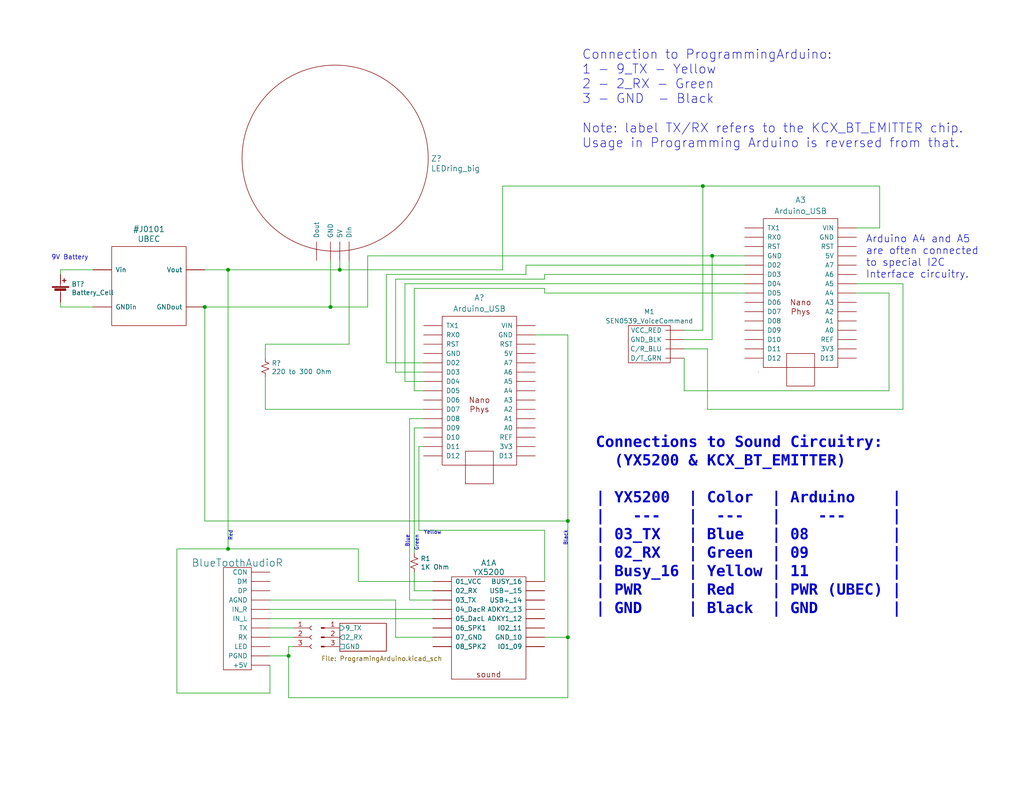
<source format=kicad_sch>
(kicad_sch (version 20230121) (generator eeschema)
  (paper "USLetter")
  (title_block (title "04 The Finale - DemoReelVoiceCommand_I2C") (date "2023-08-06") (company "Author: https://github.com/Mark-MDO47/ArduinoClass") (comment 1 "NOTE: Chips & Modules shown top view, notch at top"))
  (lib_symbols
    (symbol "04_DemoReelVoiceCommand_I2C-rescue:Arduino_USB-mdoLibrary" (pin_names (offset 1.016))
      (property "Reference" "A" (at 0 0 0))
      (property "Value" "mdoLibrary_Arduino_USB" (at 0 2.54 90))
      (symbol "Arduino_USB-mdoLibrary_0_0"
        (text "Nano" (at 0 -2.54 0) (effects (font (size 1.524 1.524))))
        (text "Phys" (at 0 -5.08 0) (effects (font (size 1.524 1.524))))
      )
      (symbol "Arduino_USB-mdoLibrary_1_1"
        (pin input line (at 15.24 -15.24 180) (length 5.08) (name "3V3") (number "~"))
        (pin input line (at 15.24 10.16 180) (length 5.08) (name "5V") (number "~"))
        (pin input line (at 15.24 -10.16 180) (length 5.08) (name "A0") (number "~"))
        (pin input line (at 15.24 -7.62 180) (length 5.08) (name "A1") (number "~"))
        (pin input line (at 15.24 -5.08 180) (length 5.08) (name "A2") (number "~"))
        (pin input line (at 15.24 -2.54 180) (length 5.08) (name "A3") (number "~"))
        (pin input line (at 15.24 0 180) (length 5.08) (name "A4") (number "~"))
        (pin input line (at 15.24 2.54 180) (length 5.08) (name "A5") (number "~"))
        (pin input line (at 15.24 5.08 180) (length 5.08) (name "A6") (number "~"))
        (pin input line (at 15.24 7.62 180) (length 5.08) (name "A7") (number "~"))
        (pin input line (at -15.24 7.62 0) (length 5.08) (name "D02") (number "~"))
        (pin input line (at -15.24 5.08 0) (length 5.08) (name "D03") (number "~"))
        (pin input line (at -15.24 2.54 0) (length 5.08) (name "D04") (number "~"))
        (pin input line (at -15.24 0 0) (length 5.08) (name "D05") (number "~"))
        (pin input line (at -15.24 -2.54 0) (length 5.08) (name "D06") (number "~"))
        (pin input line (at -15.24 -5.08 0) (length 5.08) (name "D07") (number "~"))
        (pin input line (at -15.24 -7.62 0) (length 5.08) (name "D08") (number "~"))
        (pin input line (at -15.24 -10.16 0) (length 5.08) (name "D09") (number "~"))
        (pin input line (at -15.24 -12.7 0) (length 5.08) (name "D10") (number "~"))
        (pin input line (at -15.24 -15.24 0) (length 5.08) (name "D11") (number "~"))
        (pin input line (at -15.24 -17.78 0) (length 5.08) (name "D12") (number "~"))
        (pin input line (at 15.24 -17.78 180) (length 5.08) (name "D13") (number "~"))
        (pin input line (at -15.24 10.16 0) (length 5.08) (name "GND") (number "~"))
        (pin input line (at 15.24 15.24 180) (length 5.08) (name "GND") (number "~"))
        (pin input line (at 15.24 -12.7 180) (length 5.08) (name "REF") (number "~"))
        (pin input line (at -15.24 12.7 0) (length 5.08) (name "RST") (number "~"))
        (pin input line (at 15.24 12.7 180) (length 5.08) (name "RST") (number "~"))
        (pin input line (at -15.24 15.24 0) (length 5.08) (name "RX0") (number "~"))
        (pin input line (at -15.24 17.78 0) (length 5.08) (name "TX1") (number "~"))
        (pin input line (at 15.24 17.78 180) (length 5.08) (name "VIN") (number "~"))
      )
    )
    (symbol "04_DemoReelVoiceCommand_I2C-rescue:LEDring_big-mdoLibrary" (pin_names (offset 1.016))
      (property "Reference" "Z" (at 0 0 0))
      (property "Value" "mdoLibrary_LEDring_big" (at 0 3.81 0))
      (symbol "LEDring_big-mdoLibrary_1_0"
        (pin input line (at 1.27 -27.94 90) (length 5.08) (name "5V") (number "~"))
        (pin input line (at 3.81 -27.94 90) (length 5.08) (name "Din") (number "~"))
        (pin input line (at -5.08 -27.94 90) (length 5.08) (name "Dout") (number "~"))
        (pin input line (at -1.27 -27.94 90) (length 5.08) (name "GND") (number "~"))
      )
    )
    (symbol "04_DemoReelVoiceCommand_I2C-rescue:UBEC-mdoLibrary" (power) (pin_names (offset 1.016))
      (property "Reference" "J" (at 0 0 0))
      (property "Value" "UBEC-mdoLibrary" (at 0 2.54 0))
      (symbol "UBEC-mdoLibrary_1_0"
        (pin input line (at -12.7 -3.81 0) (length 5.08) (name "GNDin") (number "~"))
        (pin input line (at 17.78 -3.81 180) (length 5.08) (name "GNDout") (number "~"))
        (pin input line (at -12.7 6.35 0) (length 5.08) (name "Vin") (number "~"))
        (pin input line (at 17.78 6.35 180) (length 5.08) (name "Vout") (number "~"))
      )
    )
    (symbol "Connector:Conn_01x03_Pin" (pin_names (offset 1.016) hide)
      (property "Reference" "J" (at 0 5.08 0))
      (property "Value" "Conn_01x03_Pin" (at 0 -5.08 0))
      (symbol "Conn_01x03_Pin_1_1"
        (pin passive line (at 5.08 2.54 180) (length 3.81) (name "Pin_1") (number "1"))
        (pin passive line (at 5.08 0 180) (length 3.81) (name "Pin_2") (number "2"))
        (pin passive line (at 5.08 -2.54 180) (length 3.81) (name "Pin_3") (number "3"))
      )
    )
    (symbol "Connector:Conn_01x03_Socket" (pin_names (offset 1.016) hide)
      (property "Reference" "J" (at 0 5.08 0))
      (property "Value" "Conn_01x03_Socket" (at 0 -5.08 0))
      (symbol "Conn_01x03_Socket_1_1"
        (pin passive line (at -5.08 2.54 0) (length 3.81) (name "Pin_1") (number "1"))
        (pin passive line (at -5.08 0 0) (length 3.81) (name "Pin_2") (number "2"))
        (pin passive line (at -5.08 -2.54 0) (length 3.81) (name "Pin_3") (number "3"))
      )
    )
    (symbol "Device:Battery_Cell" (pin_numbers hide) (pin_names (offset 0) hide)
      (property "Reference" "BT" (at 2.54 2.54 0))
      (property "Value" "Battery_Cell" (at 2.54 0 0))
      (symbol "Battery_Cell_1_1"
        (pin passive line (at 0 5.08 270) (length 2.54) (name "+") (number "1"))
        (pin passive line (at 0 -2.54 90) (length 2.54) (name "-") (number "2"))
      )
    )
    (symbol "Device:R_Small_US" (pin_numbers hide) (pin_names (offset 0.254) hide)
      (property "Reference" "R" (at 0.762 0.508 0))
      (property "Value" "R_Small_US" (at 0.762 -1.016 0))
      (symbol "R_Small_US_1_1"
        (pin passive line (at 0 2.54 270) (length 1.016) (name "~") (number "1"))
        (pin passive line (at 0 -2.54 90) (length 1.016) (name "~") (number "2"))
      )
    )
    (symbol "MDO:BlueToothAudioR" (pin_names (offset 1.016))
      (property "Value" "BlueToothAudioR" (at 0 2.54 0))
      (symbol "BlueToothAudioR_1_1"
        (pin input line (at 7.62 -26.67 180) (length 5.08) (name "+5V") (number "~"))
        (pin input line (at 7.62 -8.89 180) (length 5.08) (name "AGND") (number "~"))
        (pin input line (at 7.62 -1.27 180) (length 5.08) (name "CON") (number "~"))
        (pin input line (at 7.62 -3.81 180) (length 5.08) (name "DM") (number "~"))
        (pin input line (at 7.62 -6.35 180) (length 5.08) (name "DP") (number "~"))
        (pin input line (at 7.62 -13.97 180) (length 5.08) (name "IN_L") (number "~"))
        (pin input line (at 7.62 -11.43 180) (length 5.08) (name "IN_R") (number "~"))
        (pin input line (at 7.62 -21.59 180) (length 5.08) (name "LED") (number "~"))
        (pin input line (at 7.62 -24.13 180) (length 5.08) (name "PGND") (number "~"))
        (pin input line (at 7.62 -19.05 180) (length 5.08) (name "RX") (number "~"))
        (pin input line (at 7.62 -16.51 180) (length 5.08) (name "TX") (number "~"))
      )
    )
    (symbol "MDO:SEN0539_VoiceCommand" (pin_numbers hide) (pin_names (offset 1.016))
      (property "Reference" "M" (at 0 2.54 0))
      (property "Value" "SEN0539_VoiceCommand" (at 3.81 0 0))
      (symbol "SEN0539_VoiceCommand_1_1"
        (pin input line (at 10.16 -7.62 180) (length 5.08) (name "C/R_BLU") (number "~"))
        (pin output line (at 10.16 -10.16 180) (length 5.08) (name "D/T_GRN") (number "~"))
        (pin input line (at 10.16 -5.08 180) (length 5.08) (name "GND_BLK") (number "~"))
        (pin input line (at 10.16 -2.54 180) (length 5.08) (name "VCC_RED") (number "~"))
      )
    )
    (symbol "MDO:YX5200" (pin_names (offset 1.016))
      (property "Reference" "A" (at 0 -2.54 0))
      (property "Value" "YX5200" (at 0 -5.08 0))
      (symbol "YX5200_0_0"
        (text "sound" (at 0 -7.62 0) (effects (font (size 1.524 1.524))))
      )
      (symbol "YX5200_1_1"
        (pin input line (at -15.24 17.78 0) (length 5.08) (name "01_VCC") (number "~"))
        (pin input line (at -15.24 15.24 0) (length 5.08) (name "02_RX") (number "~"))
        (pin input line (at -15.24 12.7 0) (length 5.08) (name "03_TX") (number "~"))
        (pin input line (at -15.24 10.16 0) (length 5.08) (name "04_DacR") (number "~"))
        (pin input line (at -15.24 7.62 0) (length 5.08) (name "05_DacL") (number "~"))
        (pin input line (at -15.24 5.08 0) (length 5.08) (name "06_SPK1") (number "~"))
        (pin input line (at -15.24 2.54 0) (length 5.08) (name "07_GND") (number "~"))
        (pin input line (at -15.24 0 0) (length 5.08) (name "08_SPK2") (number "~"))
        (pin input line (at 15.24 7.62 180) (length 5.08) (name "ADKY1_12") (number "~"))
        (pin input line (at 15.24 10.16 180) (length 5.08) (name "ADKY2_13") (number "~"))
        (pin input line (at 15.24 17.78 180) (length 5.08) (name "BUSY_16") (number "~"))
        (pin input line (at 15.24 2.54 180) (length 5.08) (name "GND_10") (number "~"))
        (pin input line (at 15.24 0 180) (length 5.08) (name "IO1_09") (number "~"))
        (pin input line (at 15.24 5.08 180) (length 5.08) (name "IO2_11") (number "~"))
        (pin input line (at 15.24 12.7 180) (length 5.08) (name "USB+_14") (number "~"))
        (pin input line (at 15.24 15.24 180) (length 5.08) (name "USB-_15") (number "~"))
      )
      (symbol "YX5200_2_1"
        (pin input line (at -15.24 17.78 0) (length 5.08) (name "01_VCC") (number "~"))
        (pin input line (at -15.24 15.24 0) (length 5.08) (name "02_RX") (number "~"))
        (pin input line (at -15.24 12.7 0) (length 5.08) (name "03_TX") (number "~"))
        (pin input line (at -15.24 10.16 0) (length 5.08) (name "04_DacR") (number "~"))
        (pin input line (at -15.24 7.62 0) (length 5.08) (name "05_DacL") (number "~"))
        (pin input line (at -15.24 5.08 0) (length 5.08) (name "06_SPK1") (number "~"))
        (pin input line (at -15.24 2.54 0) (length 5.08) (name "07_GND") (number "~"))
        (pin input line (at -15.24 0 0) (length 5.08) (name "08_SPK2") (number "~"))
        (pin input line (at 15.24 7.62 180) (length 5.08) (name "ADKY1_12") (number "~"))
        (pin input line (at 15.24 10.16 180) (length 5.08) (name "ADKY2_13") (number "~"))
        (pin input line (at 15.24 17.78 180) (length 5.08) (name "BUSY_16") (number "~"))
        (pin input line (at 15.24 2.54 180) (length 5.08) (name "GND_10") (number "~"))
        (pin input line (at 15.24 0 180) (length 5.08) (name "IO1_09") (number "~"))
        (pin input line (at 15.24 5.08 180) (length 5.08) (name "IO2_11") (number "~"))
        (pin input line (at 15.24 12.7 180) (length 5.08) (name "USB+_14") (number "~"))
        (pin input line (at 15.24 15.24 180) (length 5.08) (name "USB-_15") (number "~"))
      )
      (symbol "YX5200_3_1"
        (pin input line (at -15.24 17.78 0) (length 5.08) (name "01_VCC") (number "~"))
        (pin input line (at -15.24 15.24 0) (length 5.08) (name "02_RX") (number "~"))
        (pin input line (at -15.24 12.7 0) (length 5.08) (name "03_TX") (number "~"))
        (pin input line (at -15.24 10.16 0) (length 5.08) (name "04_DacR") (number "~"))
        (pin input line (at -15.24 7.62 0) (length 5.08) (name "05_DacL") (number "~"))
        (pin input line (at -15.24 5.08 0) (length 5.08) (name "06_SPK1") (number "~"))
        (pin input line (at -15.24 2.54 0) (length 5.08) (name "07_GND") (number "~"))
        (pin input line (at -15.24 0 0) (length 5.08) (name "08_SPK2") (number "~"))
        (pin input line (at 15.24 7.62 180) (length 5.08) (name "ADKY1_12") (number "~"))
        (pin input line (at 15.24 10.16 180) (length 5.08) (name "ADKY2_13") (number "~"))
        (pin input line (at 15.24 17.78 180) (length 5.08) (name "BUSY_16") (number "~"))
        (pin input line (at 15.24 2.54 180) (length 5.08) (name "GND_10") (number "~"))
        (pin input line (at 15.24 0 180) (length 5.08) (name "IO1_09") (number "~"))
        (pin input line (at 15.24 5.08 180) (length 5.08) (name "IO2_11") (number "~"))
        (pin input line (at 15.24 12.7 180) (length 5.08) (name "USB+_14") (number "~"))
        (pin input line (at 15.24 15.24 180) (length 5.08) (name "USB-_15") (number "~"))
      )
      (symbol "YX5200_4_1"
        (pin input line (at -15.24 17.78 0) (length 5.08) (name "01_VCC") (number "~"))
        (pin input line (at -15.24 15.24 0) (length 5.08) (name "02_RX") (number "~"))
        (pin input line (at -15.24 12.7 0) (length 5.08) (name "03_TX") (number "~"))
        (pin input line (at -15.24 10.16 0) (length 5.08) (name "04_DacR") (number "~"))
        (pin input line (at -15.24 7.62 0) (length 5.08) (name "05_DacL") (number "~"))
        (pin input line (at -15.24 5.08 0) (length 5.08) (name "06_SPK1") (number "~"))
        (pin input line (at -15.24 2.54 0) (length 5.08) (name "07_GND") (number "~"))
        (pin input line (at -15.24 0 0) (length 5.08) (name "08_SPK2") (number "~"))
        (pin input line (at 15.24 7.62 180) (length 5.08) (name "ADKY1_12") (number "~"))
        (pin input line (at 15.24 10.16 180) (length 5.08) (name "ADKY2_13") (number "~"))
        (pin input line (at 15.24 17.78 180) (length 5.08) (name "BUSY_16") (number "~"))
        (pin input line (at 15.24 2.54 180) (length 5.08) (name "GND_10") (number "~"))
        (pin input line (at 15.24 0 180) (length 5.08) (name "IO1_09") (number "~"))
        (pin input line (at 15.24 5.08 180) (length 5.08) (name "IO2_11") (number "~"))
        (pin input line (at 15.24 12.7 180) (length 5.08) (name "USB+_14") (number "~"))
        (pin input line (at 15.24 15.24 180) (length 5.08) (name "USB-_15") (number "~"))
      )
      (symbol "YX5200_5_1"
        (pin input line (at -15.24 17.78 0) (length 5.08) (name "01_VCC") (number "~"))
        (pin input line (at -15.24 15.24 0) (length 5.08) (name "02_RX") (number "~"))
        (pin input line (at -15.24 12.7 0) (length 5.08) (name "03_TX") (number "~"))
        (pin input line (at -15.24 10.16 0) (length 5.08) (name "04_DacR") (number "~"))
        (pin input line (at -15.24 7.62 0) (length 5.08) (name "05_DacL") (number "~"))
        (pin input line (at -15.24 5.08 0) (length 5.08) (name "06_SPK1") (number "~"))
        (pin input line (at -15.24 2.54 0) (length 5.08) (name "07_GND") (number "~"))
        (pin input line (at -15.24 0 0) (length 5.08) (name "08_SPK2") (number "~"))
        (pin input line (at 15.24 7.62 180) (length 5.08) (name "ADKY1_12") (number "~"))
        (pin input line (at 15.24 10.16 180) (length 5.08) (name "ADKY2_13") (number "~"))
        (pin input line (at 15.24 17.78 180) (length 5.08) (name "BUSY_16") (number "~"))
        (pin input line (at 15.24 2.54 180) (length 5.08) (name "GND_10") (number "~"))
        (pin input line (at 15.24 0 180) (length 5.08) (name "IO1_09") (number "~"))
        (pin input line (at 15.24 5.08 180) (length 5.08) (name "IO2_11") (number "~"))
        (pin input line (at 15.24 12.7 180) (length 5.08) (name "USB+_14") (number "~"))
        (pin input line (at 15.24 15.24 180) (length 5.08) (name "USB-_15") (number "~"))
      )
      (symbol "YX5200_6_1"
        (pin input line (at -15.24 17.78 0) (length 5.08) (name "01_VCC") (number "~"))
        (pin input line (at -15.24 15.24 0) (length 5.08) (name "02_RX") (number "~"))
        (pin input line (at -15.24 12.7 0) (length 5.08) (name "03_TX") (number "~"))
        (pin input line (at -15.24 10.16 0) (length 5.08) (name "04_DacR") (number "~"))
        (pin input line (at -15.24 7.62 0) (length 5.08) (name "05_DacL") (number "~"))
        (pin input line (at -15.24 5.08 0) (length 5.08) (name "06_SPK1") (number "~"))
        (pin input line (at -15.24 2.54 0) (length 5.08) (name "07_GND") (number "~"))
        (pin input line (at -15.24 0 0) (length 5.08) (name "08_SPK2") (number "~"))
        (pin input line (at 15.24 7.62 180) (length 5.08) (name "ADKY1_12") (number "~"))
        (pin input line (at 15.24 10.16 180) (length 5.08) (name "ADKY2_13") (number "~"))
        (pin input line (at 15.24 17.78 180) (length 5.08) (name "BUSY_16") (number "~"))
        (pin input line (at 15.24 2.54 180) (length 5.08) (name "GND_10") (number "~"))
        (pin input line (at 15.24 0 180) (length 5.08) (name "IO1_09") (number "~"))
        (pin input line (at 15.24 5.08 180) (length 5.08) (name "IO2_11") (number "~"))
        (pin input line (at 15.24 12.7 180) (length 5.08) (name "USB+_14") (number "~"))
        (pin input line (at 15.24 15.24 180) (length 5.08) (name "USB-_15") (number "~"))
      )
      (symbol "YX5200_7_1"
        (pin input line (at -15.24 17.78 0) (length 5.08) (name "01_VCC") (number "~"))
        (pin input line (at -15.24 15.24 0) (length 5.08) (name "02_RX") (number "~"))
        (pin input line (at -15.24 12.7 0) (length 5.08) (name "03_TX") (number "~"))
        (pin input line (at -15.24 10.16 0) (length 5.08) (name "04_DacR") (number "~"))
        (pin input line (at -15.24 7.62 0) (length 5.08) (name "05_DacL") (number "~"))
        (pin input line (at -15.24 5.08 0) (length 5.08) (name "06_SPK1") (number "~"))
        (pin input line (at -15.24 2.54 0) (length 5.08) (name "07_GND") (number "~"))
        (pin input line (at -15.24 0 0) (length 5.08) (name "08_SPK2") (number "~"))
        (pin input line (at 15.24 7.62 180) (length 5.08) (name "ADKY1_12") (number "~"))
        (pin input line (at 15.24 10.16 180) (length 5.08) (name "ADKY2_13") (number "~"))
        (pin input line (at 15.24 17.78 180) (length 5.08) (name "BUSY_16") (number "~"))
        (pin input line (at 15.24 2.54 180) (length 5.08) (name "GND_10") (number "~"))
        (pin input line (at 15.24 0 180) (length 5.08) (name "IO1_09") (number "~"))
        (pin input line (at 15.24 5.08 180) (length 5.08) (name "IO2_11") (number "~"))
        (pin input line (at 15.24 12.7 180) (length 5.08) (name "USB+_14") (number "~"))
        (pin input line (at 15.24 15.24 180) (length 5.08) (name "USB-_15") (number "~"))
      )
      (symbol "YX5200_8_1"
        (pin input line (at -15.24 17.78 0) (length 5.08) (name "01_VCC") (number "~"))
        (pin input line (at -15.24 15.24 0) (length 5.08) (name "02_RX") (number "~"))
        (pin input line (at -15.24 12.7 0) (length 5.08) (name "03_TX") (number "~"))
        (pin input line (at -15.24 10.16 0) (length 5.08) (name "04_DacR") (number "~"))
        (pin input line (at -15.24 7.62 0) (length 5.08) (name "05_DacL") (number "~"))
        (pin input line (at -15.24 5.08 0) (length 5.08) (name "06_SPK1") (number "~"))
        (pin input line (at -15.24 2.54 0) (length 5.08) (name "07_GND") (number "~"))
        (pin input line (at -15.24 0 0) (length 5.08) (name "08_SPK2") (number "~"))
        (pin input line (at 15.24 7.62 180) (length 5.08) (name "ADKY1_12") (number "~"))
        (pin input line (at 15.24 10.16 180) (length 5.08) (name "ADKY2_13") (number "~"))
        (pin input line (at 15.24 17.78 180) (length 5.08) (name "BUSY_16") (number "~"))
        (pin input line (at 15.24 2.54 180) (length 5.08) (name "GND_10") (number "~"))
        (pin input line (at 15.24 0 180) (length 5.08) (name "IO1_09") (number "~"))
        (pin input line (at 15.24 5.08 180) (length 5.08) (name "IO2_11") (number "~"))
        (pin input line (at 15.24 12.7 180) (length 5.08) (name "USB+_14") (number "~"))
        (pin input line (at 15.24 15.24 180) (length 5.08) (name "USB-_15") (number "~"))
      )
      (symbol "YX5200_9_1"
        (pin input line (at -15.24 17.78 0) (length 5.08) (name "01_VCC") (number "~"))
        (pin input line (at -15.24 15.24 0) (length 5.08) (name "02_RX") (number "~"))
        (pin input line (at -15.24 12.7 0) (length 5.08) (name "03_TX") (number "~"))
        (pin input line (at -15.24 10.16 0) (length 5.08) (name "04_DacR") (number "~"))
        (pin input line (at -15.24 7.62 0) (length 5.08) (name "05_DacL") (number "~"))
        (pin input line (at -15.24 5.08 0) (length 5.08) (name "06_SPK1") (number "~"))
        (pin input line (at -15.24 2.54 0) (length 5.08) (name "07_GND") (number "~"))
        (pin input line (at -15.24 0 0) (length 5.08) (name "08_SPK2") (number "~"))
        (pin input line (at 15.24 7.62 180) (length 5.08) (name "ADKY1_12") (number "~"))
        (pin input line (at 15.24 10.16 180) (length 5.08) (name "ADKY2_13") (number "~"))
        (pin input line (at 15.24 17.78 180) (length 5.08) (name "BUSY_16") (number "~"))
        (pin input line (at 15.24 2.54 180) (length 5.08) (name "GND_10") (number "~"))
        (pin input line (at 15.24 0 180) (length 5.08) (name "IO1_09") (number "~"))
        (pin input line (at 15.24 5.08 180) (length 5.08) (name "IO2_11") (number "~"))
        (pin input line (at 15.24 12.7 180) (length 5.08) (name "USB+_14") (number "~"))
        (pin input line (at 15.24 15.24 180) (length 5.08) (name "USB-_15") (number "~"))
      )
      (symbol "YX5200_10_1"
        (pin input line (at -15.24 17.78 0) (length 5.08) (name "01_VCC") (number "~"))
        (pin input line (at -15.24 15.24 0) (length 5.08) (name "02_RX") (number "~"))
        (pin input line (at -15.24 12.7 0) (length 5.08) (name "03_TX") (number "~"))
        (pin input line (at -15.24 10.16 0) (length 5.08) (name "04_DacR") (number "~"))
        (pin input line (at -15.24 7.62 0) (length 5.08) (name "05_DacL") (number "~"))
        (pin input line (at -15.24 5.08 0) (length 5.08) (name "06_SPK1") (number "~"))
        (pin input line (at -15.24 2.54 0) (length 5.08) (name "07_GND") (number "~"))
        (pin input line (at -15.24 0 0) (length 5.08) (name "08_SPK2") (number "~"))
        (pin input line (at 15.24 7.62 180) (length 5.08) (name "ADKY1_12") (number "~"))
        (pin input line (at 15.24 10.16 180) (length 5.08) (name "ADKY2_13") (number "~"))
        (pin input line (at 15.24 17.78 180) (length 5.08) (name "BUSY_16") (number "~"))
        (pin input line (at 15.24 2.54 180) (length 5.08) (name "GND_10") (number "~"))
        (pin input line (at 15.24 0 180) (length 5.08) (name "IO1_09") (number "~"))
        (pin input line (at 15.24 5.08 180) (length 5.08) (name "IO2_11") (number "~"))
        (pin input line (at 15.24 12.7 180) (length 5.08) (name "USB+_14") (number "~"))
        (pin input line (at 15.24 15.24 180) (length 5.08) (name "USB-_15") (number "~"))
      )
      (symbol "YX5200_11_1"
        (pin input line (at -15.24 17.78 0) (length 5.08) (name "01_VCC") (number "~"))
        (pin input line (at -15.24 15.24 0) (length 5.08) (name "02_RX") (number "~"))
        (pin input line (at -15.24 12.7 0) (length 5.08) (name "03_TX") (number "~"))
        (pin input line (at -15.24 10.16 0) (length 5.08) (name "04_DacR") (number "~"))
        (pin input line (at -15.24 7.62 0) (length 5.08) (name "05_DacL") (number "~"))
        (pin input line (at -15.24 5.08 0) (length 5.08) (name "06_SPK1") (number "~"))
        (pin input line (at -15.24 2.54 0) (length 5.08) (name "07_GND") (number "~"))
        (pin input line (at -15.24 0 0) (length 5.08) (name "08_SPK2") (number "~"))
        (pin input line (at 15.24 7.62 180) (length 5.08) (name "ADKY1_12") (number "~"))
        (pin input line (at 15.24 10.16 180) (length 5.08) (name "ADKY2_13") (number "~"))
        (pin input line (at 15.24 17.78 180) (length 5.08) (name "BUSY_16") (number "~"))
        (pin input line (at 15.24 2.54 180) (length 5.08) (name "GND_10") (number "~"))
        (pin input line (at 15.24 0 180) (length 5.08) (name "IO1_09") (number "~"))
        (pin input line (at 15.24 5.08 180) (length 5.08) (name "IO2_11") (number "~"))
        (pin input line (at 15.24 12.7 180) (length 5.08) (name "USB+_14") (number "~"))
        (pin input line (at 15.24 15.24 180) (length 5.08) (name "USB-_15") (number "~"))
      )
      (symbol "YX5200_12_1"
        (pin input line (at -15.24 17.78 0) (length 5.08) (name "01_VCC") (number "~"))
        (pin input line (at -15.24 15.24 0) (length 5.08) (name "02_RX") (number "~"))
        (pin input line (at -15.24 12.7 0) (length 5.08) (name "03_TX") (number "~"))
        (pin input line (at -15.24 10.16 0) (length 5.08) (name "04_DacR") (number "~"))
        (pin input line (at -15.24 7.62 0) (length 5.08) (name "05_DacL") (number "~"))
        (pin input line (at -15.24 5.08 0) (length 5.08) (name "06_SPK1") (number "~"))
        (pin input line (at -15.24 2.54 0) (length 5.08) (name "07_GND") (number "~"))
        (pin input line (at -15.24 0 0) (length 5.08) (name "08_SPK2") (number "~"))
        (pin input line (at 15.24 7.62 180) (length 5.08) (name "ADKY1_12") (number "~"))
        (pin input line (at 15.24 10.16 180) (length 5.08) (name "ADKY2_13") (number "~"))
        (pin input line (at 15.24 17.78 180) (length 5.08) (name "BUSY_16") (number "~"))
        (pin input line (at 15.24 2.54 180) (length 5.08) (name "GND_10") (number "~"))
        (pin input line (at 15.24 0 180) (length 5.08) (name "IO1_09") (number "~"))
        (pin input line (at 15.24 5.08 180) (length 5.08) (name "IO2_11") (number "~"))
        (pin input line (at 15.24 12.7 180) (length 5.08) (name "USB+_14") (number "~"))
        (pin input line (at 15.24 15.24 180) (length 5.08) (name "USB-_15") (number "~"))
      )
      (symbol "YX5200_13_1"
        (pin input line (at -15.24 17.78 0) (length 5.08) (name "01_VCC") (number "~"))
        (pin input line (at -15.24 15.24 0) (length 5.08) (name "02_RX") (number "~"))
        (pin input line (at -15.24 12.7 0) (length 5.08) (name "03_TX") (number "~"))
        (pin input line (at -15.24 10.16 0) (length 5.08) (name "04_DacR") (number "~"))
        (pin input line (at -15.24 7.62 0) (length 5.08) (name "05_DacL") (number "~"))
        (pin input line (at -15.24 5.08 0) (length 5.08) (name "06_SPK1") (number "~"))
        (pin input line (at -15.24 2.54 0) (length 5.08) (name "07_GND") (number "~"))
        (pin input line (at -15.24 0 0) (length 5.08) (name "08_SPK2") (number "~"))
        (pin input line (at 15.24 7.62 180) (length 5.08) (name "ADKY1_12") (number "~"))
        (pin input line (at 15.24 10.16 180) (length 5.08) (name "ADKY2_13") (number "~"))
        (pin input line (at 15.24 17.78 180) (length 5.08) (name "BUSY_16") (number "~"))
        (pin input line (at 15.24 2.54 180) (length 5.08) (name "GND_10") (number "~"))
        (pin input line (at 15.24 0 180) (length 5.08) (name "IO1_09") (number "~"))
        (pin input line (at 15.24 5.08 180) (length 5.08) (name "IO2_11") (number "~"))
        (pin input line (at 15.24 12.7 180) (length 5.08) (name "USB+_14") (number "~"))
        (pin input line (at 15.24 15.24 180) (length 5.08) (name "USB-_15") (number "~"))
      )
      (symbol "YX5200_14_1"
        (pin input line (at -15.24 17.78 0) (length 5.08) (name "01_VCC") (number "~"))
        (pin input line (at -15.24 15.24 0) (length 5.08) (name "02_RX") (number "~"))
        (pin input line (at -15.24 12.7 0) (length 5.08) (name "03_TX") (number "~"))
        (pin input line (at -15.24 10.16 0) (length 5.08) (name "04_DacR") (number "~"))
        (pin input line (at -15.24 7.62 0) (length 5.08) (name "05_DacL") (number "~"))
        (pin input line (at -15.24 5.08 0) (length 5.08) (name "06_SPK1") (number "~"))
        (pin input line (at -15.24 2.54 0) (length 5.08) (name "07_GND") (number "~"))
        (pin input line (at -15.24 0 0) (length 5.08) (name "08_SPK2") (number "~"))
        (pin input line (at 15.24 7.62 180) (length 5.08) (name "ADKY1_12") (number "~"))
        (pin input line (at 15.24 10.16 180) (length 5.08) (name "ADKY2_13") (number "~"))
        (pin input line (at 15.24 17.78 180) (length 5.08) (name "BUSY_16") (number "~"))
        (pin input line (at 15.24 2.54 180) (length 5.08) (name "GND_10") (number "~"))
        (pin input line (at 15.24 0 180) (length 5.08) (name "IO1_09") (number "~"))
        (pin input line (at 15.24 5.08 180) (length 5.08) (name "IO2_11") (number "~"))
        (pin input line (at 15.24 12.7 180) (length 5.08) (name "USB+_14") (number "~"))
        (pin input line (at 15.24 15.24 180) (length 5.08) (name "USB-_15") (number "~"))
      )
      (symbol "YX5200_15_1"
        (pin input line (at -15.24 17.78 0) (length 5.08) (name "01_VCC") (number "~"))
        (pin input line (at -15.24 15.24 0) (length 5.08) (name "02_RX") (number "~"))
        (pin input line (at -15.24 12.7 0) (length 5.08) (name "03_TX") (number "~"))
        (pin input line (at -15.24 10.16 0) (length 5.08) (name "04_DacR") (number "~"))
        (pin input line (at -15.24 7.62 0) (length 5.08) (name "05_DacL") (number "~"))
        (pin input line (at -15.24 5.08 0) (length 5.08) (name "06_SPK1") (number "~"))
        (pin input line (at -15.24 2.54 0) (length 5.08) (name "07_GND") (number "~"))
        (pin input line (at -15.24 0 0) (length 5.08) (name "08_SPK2") (number "~"))
        (pin input line (at 15.24 7.62 180) (length 5.08) (name "ADKY1_12") (number "~"))
        (pin input line (at 15.24 10.16 180) (length 5.08) (name "ADKY2_13") (number "~"))
        (pin input line (at 15.24 17.78 180) (length 5.08) (name "BUSY_16") (number "~"))
        (pin input line (at 15.24 2.54 180) (length 5.08) (name "GND_10") (number "~"))
        (pin input line (at 15.24 0 180) (length 5.08) (name "IO1_09") (number "~"))
        (pin input line (at 15.24 5.08 180) (length 5.08) (name "IO2_11") (number "~"))
        (pin input line (at 15.24 12.7 180) (length 5.08) (name "USB+_14") (number "~"))
        (pin input line (at 15.24 15.24 180) (length 5.08) (name "USB-_15") (number "~"))
      )
      (symbol "YX5200_16_1"
        (pin input line (at -15.24 17.78 0) (length 5.08) (name "01_VCC") (number "~"))
        (pin input line (at -15.24 15.24 0) (length 5.08) (name "02_RX") (number "~"))
        (pin input line (at -15.24 12.7 0) (length 5.08) (name "03_TX") (number "~"))
        (pin input line (at -15.24 10.16 0) (length 5.08) (name "04_DacR") (number "~"))
        (pin input line (at -15.24 7.62 0) (length 5.08) (name "05_DacL") (number "~"))
        (pin input line (at -15.24 5.08 0) (length 5.08) (name "06_SPK1") (number "~"))
        (pin input line (at -15.24 2.54 0) (length 5.08) (name "07_GND") (number "~"))
        (pin input line (at -15.24 0 0) (length 5.08) (name "08_SPK2") (number "~"))
        (pin input line (at 15.24 7.62 180) (length 5.08) (name "ADKY1_12") (number "~"))
        (pin input line (at 15.24 10.16 180) (length 5.08) (name "ADKY2_13") (number "~"))
        (pin input line (at 15.24 17.78 180) (length 5.08) (name "BUSY_16") (number "~"))
        (pin input line (at 15.24 2.54 180) (length 5.08) (name "GND_10") (number "~"))
        (pin input line (at 15.24 0 180) (length 5.08) (name "IO1_09") (number "~"))
        (pin input line (at 15.24 5.08 180) (length 5.08) (name "IO2_11") (number "~"))
        (pin input line (at 15.24 12.7 180) (length 5.08) (name "USB+_14") (number "~"))
        (pin input line (at 15.24 15.24 180) (length 5.08) (name "USB-_15") (number "~"))
      )
      (symbol "YX5200_17_1"
        (pin input line (at -15.24 17.78 0) (length 5.08) (name "01_VCC") (number "~"))
        (pin input line (at -15.24 15.24 0) (length 5.08) (name "02_RX") (number "~"))
        (pin input line (at -15.24 12.7 0) (length 5.08) (name "03_TX") (number "~"))
        (pin input line (at -15.24 10.16 0) (length 5.08) (name "04_DacR") (number "~"))
        (pin input line (at -15.24 7.62 0) (length 5.08) (name "05_DacL") (number "~"))
        (pin input line (at -15.24 5.08 0) (length 5.08) (name "06_SPK1") (number "~"))
        (pin input line (at -15.24 2.54 0) (length 5.08) (name "07_GND") (number "~"))
        (pin input line (at -15.24 0 0) (length 5.08) (name "08_SPK2") (number "~"))
        (pin input line (at 15.24 7.62 180) (length 5.08) (name "ADKY1_12") (number "~"))
        (pin input line (at 15.24 10.16 180) (length 5.08) (name "ADKY2_13") (number "~"))
        (pin input line (at 15.24 17.78 180) (length 5.08) (name "BUSY_16") (number "~"))
        (pin input line (at 15.24 2.54 180) (length 5.08) (name "GND_10") (number "~"))
        (pin input line (at 15.24 0 180) (length 5.08) (name "IO1_09") (number "~"))
        (pin input line (at 15.24 5.08 180) (length 5.08) (name "IO2_11") (number "~"))
        (pin input line (at 15.24 12.7 180) (length 5.08) (name "USB+_14") (number "~"))
        (pin input line (at 15.24 15.24 180) (length 5.08) (name "USB-_15") (number "~"))
      )
      (symbol "YX5200_18_1"
        (pin input line (at -15.24 17.78 0) (length 5.08) (name "01_VCC") (number "~"))
        (pin input line (at -15.24 15.24 0) (length 5.08) (name "02_RX") (number "~"))
        (pin input line (at -15.24 12.7 0) (length 5.08) (name "03_TX") (number "~"))
        (pin input line (at -15.24 10.16 0) (length 5.08) (name "04_DacR") (number "~"))
        (pin input line (at -15.24 7.62 0) (length 5.08) (name "05_DacL") (number "~"))
        (pin input line (at -15.24 5.08 0) (length 5.08) (name "06_SPK1") (number "~"))
        (pin input line (at -15.24 2.54 0) (length 5.08) (name "07_GND") (number "~"))
        (pin input line (at -15.24 0 0) (length 5.08) (name "08_SPK2") (number "~"))
        (pin input line (at 15.24 7.62 180) (length 5.08) (name "ADKY1_12") (number "~"))
        (pin input line (at 15.24 10.16 180) (length 5.08) (name "ADKY2_13") (number "~"))
        (pin input line (at 15.24 17.78 180) (length 5.08) (name "BUSY_16") (number "~"))
        (pin input line (at 15.24 2.54 180) (length 5.08) (name "GND_10") (number "~"))
        (pin input line (at 15.24 0 180) (length 5.08) (name "IO1_09") (number "~"))
        (pin input line (at 15.24 5.08 180) (length 5.08) (name "IO2_11") (number "~"))
        (pin input line (at 15.24 12.7 180) (length 5.08) (name "USB+_14") (number "~"))
        (pin input line (at 15.24 15.24 180) (length 5.08) (name "USB-_15") (number "~"))
      )
      (symbol "YX5200_19_1"
        (pin input line (at -15.24 17.78 0) (length 5.08) (name "01_VCC") (number "~"))
        (pin input line (at -15.24 15.24 0) (length 5.08) (name "02_RX") (number "~"))
        (pin input line (at -15.24 12.7 0) (length 5.08) (name "03_TX") (number "~"))
        (pin input line (at -15.24 10.16 0) (length 5.08) (name "04_DacR") (number "~"))
        (pin input line (at -15.24 7.62 0) (length 5.08) (name "05_DacL") (number "~"))
        (pin input line (at -15.24 5.08 0) (length 5.08) (name "06_SPK1") (number "~"))
        (pin input line (at -15.24 2.54 0) (length 5.08) (name "07_GND") (number "~"))
        (pin input line (at -15.24 0 0) (length 5.08) (name "08_SPK2") (number "~"))
        (pin input line (at 15.24 7.62 180) (length 5.08) (name "ADKY1_12") (number "~"))
        (pin input line (at 15.24 10.16 180) (length 5.08) (name "ADKY2_13") (number "~"))
        (pin input line (at 15.24 17.78 180) (length 5.08) (name "BUSY_16") (number "~"))
        (pin input line (at 15.24 2.54 180) (length 5.08) (name "GND_10") (number "~"))
        (pin input line (at 15.24 0 180) (length 5.08) (name "IO1_09") (number "~"))
        (pin input line (at 15.24 5.08 180) (length 5.08) (name "IO2_11") (number "~"))
        (pin input line (at 15.24 12.7 180) (length 5.08) (name "USB+_14") (number "~"))
        (pin input line (at 15.24 15.24 180) (length 5.08) (name "USB-_15") (number "~"))
      )
      (symbol "YX5200_20_1"
        (pin input line (at -15.24 17.78 0) (length 5.08) (name "01_VCC") (number "~"))
        (pin input line (at -15.24 15.24 0) (length 5.08) (name "02_RX") (number "~"))
        (pin input line (at -15.24 12.7 0) (length 5.08) (name "03_TX") (number "~"))
        (pin input line (at -15.24 10.16 0) (length 5.08) (name "04_DacR") (number "~"))
        (pin input line (at -15.24 7.62 0) (length 5.08) (name "05_DacL") (number "~"))
        (pin input line (at -15.24 5.08 0) (length 5.08) (name "06_SPK1") (number "~"))
        (pin input line (at -15.24 2.54 0) (length 5.08) (name "07_GND") (number "~"))
        (pin input line (at -15.24 0 0) (length 5.08) (name "08_SPK2") (number "~"))
        (pin input line (at 15.24 7.62 180) (length 5.08) (name "ADKY1_12") (number "~"))
        (pin input line (at 15.24 10.16 180) (length 5.08) (name "ADKY2_13") (number "~"))
        (pin input line (at 15.24 17.78 180) (length 5.08) (name "BUSY_16") (number "~"))
        (pin input line (at 15.24 2.54 180) (length 5.08) (name "GND_10") (number "~"))
        (pin input line (at 15.24 0 180) (length 5.08) (name "IO1_09") (number "~"))
        (pin input line (at 15.24 5.08 180) (length 5.08) (name "IO2_11") (number "~"))
        (pin input line (at 15.24 12.7 180) (length 5.08) (name "USB+_14") (number "~"))
        (pin input line (at 15.24 15.24 180) (length 5.08) (name "USB-_15") (number "~"))
      )
      (symbol "YX5200_21_1"
        (pin input line (at -15.24 17.78 0) (length 5.08) (name "01_VCC") (number "~"))
        (pin input line (at -15.24 15.24 0) (length 5.08) (name "02_RX") (number "~"))
        (pin input line (at -15.24 12.7 0) (length 5.08) (name "03_TX") (number "~"))
        (pin input line (at -15.24 10.16 0) (length 5.08) (name "04_DacR") (number "~"))
        (pin input line (at -15.24 7.62 0) (length 5.08) (name "05_DacL") (number "~"))
        (pin input line (at -15.24 5.08 0) (length 5.08) (name "06_SPK1") (number "~"))
        (pin input line (at -15.24 2.54 0) (length 5.08) (name "07_GND") (number "~"))
        (pin input line (at -15.24 0 0) (length 5.08) (name "08_SPK2") (number "~"))
        (pin input line (at 15.24 7.62 180) (length 5.08) (name "ADKY1_12") (number "~"))
        (pin input line (at 15.24 10.16 180) (length 5.08) (name "ADKY2_13") (number "~"))
        (pin input line (at 15.24 17.78 180) (length 5.08) (name "BUSY_16") (number "~"))
        (pin input line (at 15.24 2.54 180) (length 5.08) (name "GND_10") (number "~"))
        (pin input line (at 15.24 0 180) (length 5.08) (name "IO1_09") (number "~"))
        (pin input line (at 15.24 5.08 180) (length 5.08) (name "IO2_11") (number "~"))
        (pin input line (at 15.24 12.7 180) (length 5.08) (name "USB+_14") (number "~"))
        (pin input line (at 15.24 15.24 180) (length 5.08) (name "USB-_15") (number "~"))
      )
      (symbol "YX5200_22_1"
        (pin input line (at -15.24 17.78 0) (length 5.08) (name "01_VCC") (number "~"))
        (pin input line (at -15.24 15.24 0) (length 5.08) (name "02_RX") (number "~"))
        (pin input line (at -15.24 12.7 0) (length 5.08) (name "03_TX") (number "~"))
        (pin input line (at -15.24 10.16 0) (length 5.08) (name "04_DacR") (number "~"))
        (pin input line (at -15.24 7.62 0) (length 5.08) (name "05_DacL") (number "~"))
        (pin input line (at -15.24 5.08 0) (length 5.08) (name "06_SPK1") (number "~"))
        (pin input line (at -15.24 2.54 0) (length 5.08) (name "07_GND") (number "~"))
        (pin input line (at -15.24 0 0) (length 5.08) (name "08_SPK2") (number "~"))
        (pin input line (at 15.24 7.62 180) (length 5.08) (name "ADKY1_12") (number "~"))
        (pin input line (at 15.24 10.16 180) (length 5.08) (name "ADKY2_13") (number "~"))
        (pin input line (at 15.24 17.78 180) (length 5.08) (name "BUSY_16") (number "~"))
        (pin input line (at 15.24 2.54 180) (length 5.08) (name "GND_10") (number "~"))
        (pin input line (at 15.24 0 180) (length 5.08) (name "IO1_09") (number "~"))
        (pin input line (at 15.24 5.08 180) (length 5.08) (name "IO2_11") (number "~"))
        (pin input line (at 15.24 12.7 180) (length 5.08) (name "USB+_14") (number "~"))
        (pin input line (at 15.24 15.24 180) (length 5.08) (name "USB-_15") (number "~"))
      )
      (symbol "YX5200_23_1"
        (pin input line (at -15.24 17.78 0) (length 5.08) (name "01_VCC") (number "~"))
        (pin input line (at -15.24 15.24 0) (length 5.08) (name "02_RX") (number "~"))
        (pin input line (at -15.24 12.7 0) (length 5.08) (name "03_TX") (number "~"))
        (pin input line (at -15.24 10.16 0) (length 5.08) (name "04_DacR") (number "~"))
        (pin input line (at -15.24 7.62 0) (length 5.08) (name "05_DacL") (number "~"))
        (pin input line (at -15.24 5.08 0) (length 5.08) (name "06_SPK1") (number "~"))
        (pin input line (at -15.24 2.54 0) (length 5.08) (name "07_GND") (number "~"))
        (pin input line (at -15.24 0 0) (length 5.08) (name "08_SPK2") (number "~"))
        (pin input line (at 15.24 7.62 180) (length 5.08) (name "ADKY1_12") (number "~"))
        (pin input line (at 15.24 10.16 180) (length 5.08) (name "ADKY2_13") (number "~"))
        (pin input line (at 15.24 17.78 180) (length 5.08) (name "BUSY_16") (number "~"))
        (pin input line (at 15.24 2.54 180) (length 5.08) (name "GND_10") (number "~"))
        (pin input line (at 15.24 0 180) (length 5.08) (name "IO1_09") (number "~"))
        (pin input line (at 15.24 5.08 180) (length 5.08) (name "IO2_11") (number "~"))
        (pin input line (at 15.24 12.7 180) (length 5.08) (name "USB+_14") (number "~"))
        (pin input line (at 15.24 15.24 180) (length 5.08) (name "USB-_15") (number "~"))
      )
      (symbol "YX5200_24_1"
        (pin input line (at -15.24 17.78 0) (length 5.08) (name "01_VCC") (number "~"))
        (pin input line (at -15.24 15.24 0) (length 5.08) (name "02_RX") (number "~"))
        (pin input line (at -15.24 12.7 0) (length 5.08) (name "03_TX") (number "~"))
        (pin input line (at -15.24 10.16 0) (length 5.08) (name "04_DacR") (number "~"))
        (pin input line (at -15.24 7.62 0) (length 5.08) (name "05_DacL") (number "~"))
        (pin input line (at -15.24 5.08 0) (length 5.08) (name "06_SPK1") (number "~"))
        (pin input line (at -15.24 2.54 0) (length 5.08) (name "07_GND") (number "~"))
        (pin input line (at -15.24 0 0) (length 5.08) (name "08_SPK2") (number "~"))
        (pin input line (at 15.24 7.62 180) (length 5.08) (name "ADKY1_12") (number "~"))
        (pin input line (at 15.24 10.16 180) (length 5.08) (name "ADKY2_13") (number "~"))
        (pin input line (at 15.24 17.78 180) (length 5.08) (name "BUSY_16") (number "~"))
        (pin input line (at 15.24 2.54 180) (length 5.08) (name "GND_10") (number "~"))
        (pin input line (at 15.24 0 180) (length 5.08) (name "IO1_09") (number "~"))
        (pin input line (at 15.24 5.08 180) (length 5.08) (name "IO2_11") (number "~"))
        (pin input line (at 15.24 12.7 180) (length 5.08) (name "USB+_14") (number "~"))
        (pin input line (at 15.24 15.24 180) (length 5.08) (name "USB-_15") (number "~"))
      )
      (symbol "YX5200_25_1"
        (pin input line (at -15.24 17.78 0) (length 5.08) (name "01_VCC") (number "~"))
        (pin input line (at -15.24 15.24 0) (length 5.08) (name "02_RX") (number "~"))
        (pin input line (at -15.24 12.7 0) (length 5.08) (name "03_TX") (number "~"))
        (pin input line (at -15.24 10.16 0) (length 5.08) (name "04_DacR") (number "~"))
        (pin input line (at -15.24 7.62 0) (length 5.08) (name "05_DacL") (number "~"))
        (pin input line (at -15.24 5.08 0) (length 5.08) (name "06_SPK1") (number "~"))
        (pin input line (at -15.24 2.54 0) (length 5.08) (name "07_GND") (number "~"))
        (pin input line (at -15.24 0 0) (length 5.08) (name "08_SPK2") (number "~"))
        (pin input line (at 15.24 7.62 180) (length 5.08) (name "ADKY1_12") (number "~"))
        (pin input line (at 15.24 10.16 180) (length 5.08) (name "ADKY2_13") (number "~"))
        (pin input line (at 15.24 17.78 180) (length 5.08) (name "BUSY_16") (number "~"))
        (pin input line (at 15.24 2.54 180) (length 5.08) (name "GND_10") (number "~"))
        (pin input line (at 15.24 0 180) (length 5.08) (name "IO1_09") (number "~"))
        (pin input line (at 15.24 5.08 180) (length 5.08) (name "IO2_11") (number "~"))
        (pin input line (at 15.24 12.7 180) (length 5.08) (name "USB+_14") (number "~"))
        (pin input line (at 15.24 15.24 180) (length 5.08) (name "USB-_15") (number "~"))
      )
      (symbol "YX5200_26_1"
        (pin input line (at -15.24 17.78 0) (length 5.08) (name "01_VCC") (number "~"))
        (pin input line (at -15.24 15.24 0) (length 5.08) (name "02_RX") (number "~"))
        (pin input line (at -15.24 12.7 0) (length 5.08) (name "03_TX") (number "~"))
        (pin input line (at -15.24 10.16 0) (length 5.08) (name "04_DacR") (number "~"))
        (pin input line (at -15.24 7.62 0) (length 5.08) (name "05_DacL") (number "~"))
        (pin input line (at -15.24 5.08 0) (length 5.08) (name "06_SPK1") (number "~"))
        (pin input line (at -15.24 2.54 0) (length 5.08) (name "07_GND") (number "~"))
        (pin input line (at -15.24 0 0) (length 5.08) (name "08_SPK2") (number "~"))
        (pin input line (at 15.24 7.62 180) (length 5.08) (name "ADKY1_12") (number "~"))
        (pin input line (at 15.24 10.16 180) (length 5.08) (name "ADKY2_13") (number "~"))
        (pin input line (at 15.24 17.78 180) (length 5.08) (name "BUSY_16") (number "~"))
        (pin input line (at 15.24 2.54 180) (length 5.08) (name "GND_10") (number "~"))
        (pin input line (at 15.24 0 180) (length 5.08) (name "IO1_09") (number "~"))
        (pin input line (at 15.24 5.08 180) (length 5.08) (name "IO2_11") (number "~"))
        (pin input line (at 15.24 12.7 180) (length 5.08) (name "USB+_14") (number "~"))
        (pin input line (at 15.24 15.24 180) (length 5.08) (name "USB-_15") (number "~"))
      )
      (symbol "YX5200_27_1"
        (pin input line (at -15.24 17.78 0) (length 5.08) (name "01_VCC") (number "~"))
        (pin input line (at -15.24 15.24 0) (length 5.08) (name "02_RX") (number "~"))
        (pin input line (at -15.24 12.7 0) (length 5.08) (name "03_TX") (number "~"))
        (pin input line (at -15.24 10.16 0) (length 5.08) (name "04_DacR") (number "~"))
        (pin input line (at -15.24 7.62 0) (length 5.08) (name "05_DacL") (number "~"))
        (pin input line (at -15.24 5.08 0) (length 5.08) (name "06_SPK1") (number "~"))
        (pin input line (at -15.24 2.54 0) (length 5.08) (name "07_GND") (number "~"))
        (pin input line (at -15.24 0 0) (length 5.08) (name "08_SPK2") (number "~"))
        (pin input line (at 15.24 7.62 180) (length 5.08) (name "ADKY1_12") (number "~"))
        (pin input line (at 15.24 10.16 180) (length 5.08) (name "ADKY2_13") (number "~"))
        (pin input line (at 15.24 17.78 180) (length 5.08) (name "BUSY_16") (number "~"))
        (pin input line (at 15.24 2.54 180) (length 5.08) (name "GND_10") (number "~"))
        (pin input line (at 15.24 0 180) (length 5.08) (name "IO1_09") (number "~"))
        (pin input line (at 15.24 5.08 180) (length 5.08) (name "IO2_11") (number "~"))
        (pin input line (at 15.24 12.7 180) (length 5.08) (name "USB+_14") (number "~"))
        (pin input line (at 15.24 15.24 180) (length 5.08) (name "USB-_15") (number "~"))
      )
      (symbol "YX5200_28_1"
        (pin input line (at -15.24 17.78 0) (length 5.08) (name "01_VCC") (number "~"))
        (pin input line (at -15.24 15.24 0) (length 5.08) (name "02_RX") (number "~"))
        (pin input line (at -15.24 12.7 0) (length 5.08) (name "03_TX") (number "~"))
        (pin input line (at -15.24 10.16 0) (length 5.08) (name "04_DacR") (number "~"))
        (pin input line (at -15.24 7.62 0) (length 5.08) (name "05_DacL") (number "~"))
        (pin input line (at -15.24 5.08 0) (length 5.08) (name "06_SPK1") (number "~"))
        (pin input line (at -15.24 2.54 0) (length 5.08) (name "07_GND") (number "~"))
        (pin input line (at -15.24 0 0) (length 5.08) (name "08_SPK2") (number "~"))
        (pin input line (at 15.24 7.62 180) (length 5.08) (name "ADKY1_12") (number "~"))
        (pin input line (at 15.24 10.16 180) (length 5.08) (name "ADKY2_13") (number "~"))
        (pin input line (at 15.24 17.78 180) (length 5.08) (name "BUSY_16") (number "~"))
        (pin input line (at 15.24 2.54 180) (length 5.08) (name "GND_10") (number "~"))
        (pin input line (at 15.24 0 180) (length 5.08) (name "IO1_09") (number "~"))
        (pin input line (at 15.24 5.08 180) (length 5.08) (name "IO2_11") (number "~"))
        (pin input line (at 15.24 12.7 180) (length 5.08) (name "USB+_14") (number "~"))
        (pin input line (at 15.24 15.24 180) (length 5.08) (name "USB-_15") (number "~"))
      )
      (symbol "YX5200_29_1"
        (pin input line (at -15.24 17.78 0) (length 5.08) (name "01_VCC") (number "~"))
        (pin input line (at -15.24 15.24 0) (length 5.08) (name "02_RX") (number "~"))
        (pin input line (at -15.24 12.7 0) (length 5.08) (name "03_TX") (number "~"))
        (pin input line (at -15.24 10.16 0) (length 5.08) (name "04_DacR") (number "~"))
        (pin input line (at -15.24 7.62 0) (length 5.08) (name "05_DacL") (number "~"))
        (pin input line (at -15.24 5.08 0) (length 5.08) (name "06_SPK1") (number "~"))
        (pin input line (at -15.24 2.54 0) (length 5.08) (name "07_GND") (number "~"))
        (pin input line (at -15.24 0 0) (length 5.08) (name "08_SPK2") (number "~"))
        (pin input line (at 15.24 7.62 180) (length 5.08) (name "ADKY1_12") (number "~"))
        (pin input line (at 15.24 10.16 180) (length 5.08) (name "ADKY2_13") (number "~"))
        (pin input line (at 15.24 17.78 180) (length 5.08) (name "BUSY_16") (number "~"))
        (pin input line (at 15.24 2.54 180) (length 5.08) (name "GND_10") (number "~"))
        (pin input line (at 15.24 0 180) (length 5.08) (name "IO1_09") (number "~"))
        (pin input line (at 15.24 5.08 180) (length 5.08) (name "IO2_11") (number "~"))
        (pin input line (at 15.24 12.7 180) (length 5.08) (name "USB+_14") (number "~"))
        (pin input line (at 15.24 15.24 180) (length 5.08) (name "USB-_15") (number "~"))
      )
      (symbol "YX5200_30_1"
        (pin input line (at -15.24 17.78 0) (length 5.08) (name "01_VCC") (number "~"))
        (pin input line (at -15.24 15.24 0) (length 5.08) (name "02_RX") (number "~"))
        (pin input line (at -15.24 12.7 0) (length 5.08) (name "03_TX") (number "~"))
        (pin input line (at -15.24 10.16 0) (length 5.08) (name "04_DacR") (number "~"))
        (pin input line (at -15.24 7.62 0) (length 5.08) (name "05_DacL") (number "~"))
        (pin input line (at -15.24 5.08 0) (length 5.08) (name "06_SPK1") (number "~"))
        (pin input line (at -15.24 2.54 0) (length 5.08) (name "07_GND") (number "~"))
        (pin input line (at -15.24 0 0) (length 5.08) (name "08_SPK2") (number "~"))
        (pin input line (at 15.24 7.62 180) (length 5.08) (name "ADKY1_12") (number "~"))
        (pin input line (at 15.24 10.16 180) (length 5.08) (name "ADKY2_13") (number "~"))
        (pin input line (at 15.24 17.78 180) (length 5.08) (name "BUSY_16") (number "~"))
        (pin input line (at 15.24 2.54 180) (length 5.08) (name "GND_10") (number "~"))
        (pin input line (at 15.24 0 180) (length 5.08) (name "IO1_09") (number "~"))
        (pin input line (at 15.24 5.08 180) (length 5.08) (name "IO2_11") (number "~"))
        (pin input line (at 15.24 12.7 180) (length 5.08) (name "USB+_14") (number "~"))
        (pin input line (at 15.24 15.24 180) (length 5.08) (name "USB-_15") (number "~"))
      )
      (symbol "YX5200_31_1"
        (pin input line (at -15.24 17.78 0) (length 5.08) (name "01_VCC") (number "~"))
        (pin input line (at -15.24 15.24 0) (length 5.08) (name "02_RX") (number "~"))
        (pin input line (at -15.24 12.7 0) (length 5.08) (name "03_TX") (number "~"))
        (pin input line (at -15.24 10.16 0) (length 5.08) (name "04_DacR") (number "~"))
        (pin input line (at -15.24 7.62 0) (length 5.08) (name "05_DacL") (number "~"))
        (pin input line (at -15.24 5.08 0) (length 5.08) (name "06_SPK1") (number "~"))
        (pin input line (at -15.24 2.54 0) (length 5.08) (name "07_GND") (number "~"))
        (pin input line (at -15.24 0 0) (length 5.08) (name "08_SPK2") (number "~"))
        (pin input line (at 15.24 7.62 180) (length 5.08) (name "ADKY1_12") (number "~"))
        (pin input line (at 15.24 10.16 180) (length 5.08) (name "ADKY2_13") (number "~"))
        (pin input line (at 15.24 17.78 180) (length 5.08) (name "BUSY_16") (number "~"))
        (pin input line (at 15.24 2.54 180) (length 5.08) (name "GND_10") (number "~"))
        (pin input line (at 15.24 0 180) (length 5.08) (name "IO1_09") (number "~"))
        (pin input line (at 15.24 5.08 180) (length 5.08) (name "IO2_11") (number "~"))
        (pin input line (at 15.24 12.7 180) (length 5.08) (name "USB+_14") (number "~"))
        (pin input line (at 15.24 15.24 180) (length 5.08) (name "USB-_15") (number "~"))
      )
      (symbol "YX5200_32_1"
        (pin input line (at -15.24 17.78 0) (length 5.08) (name "01_VCC") (number "~"))
        (pin input line (at -15.24 15.24 0) (length 5.08) (name "02_RX") (number "~"))
        (pin input line (at -15.24 12.7 0) (length 5.08) (name "03_TX") (number "~"))
        (pin input line (at -15.24 10.16 0) (length 5.08) (name "04_DacR") (number "~"))
        (pin input line (at -15.24 7.62 0) (length 5.08) (name "05_DacL") (number "~"))
        (pin input line (at -15.24 5.08 0) (length 5.08) (name "06_SPK1") (number "~"))
        (pin input line (at -15.24 2.54 0) (length 5.08) (name "07_GND") (number "~"))
        (pin input line (at -15.24 0 0) (length 5.08) (name "08_SPK2") (number "~"))
        (pin input line (at 15.24 7.62 180) (length 5.08) (name "ADKY1_12") (number "~"))
        (pin input line (at 15.24 10.16 180) (length 5.08) (name "ADKY2_13") (number "~"))
        (pin input line (at 15.24 17.78 180) (length 5.08) (name "BUSY_16") (number "~"))
        (pin input line (at 15.24 2.54 180) (length 5.08) (name "GND_10") (number "~"))
        (pin input line (at 15.24 0 180) (length 5.08) (name "IO1_09") (number "~"))
        (pin input line (at 15.24 5.08 180) (length 5.08) (name "IO2_11") (number "~"))
        (pin input line (at 15.24 12.7 180) (length 5.08) (name "USB+_14") (number "~"))
        (pin input line (at 15.24 15.24 180) (length 5.08) (name "USB-_15") (number "~"))
      )
      (symbol "YX5200_33_1"
        (pin input line (at -15.24 17.78 0) (length 5.08) (name "01_VCC") (number "~"))
        (pin input line (at -15.24 15.24 0) (length 5.08) (name "02_RX") (number "~"))
        (pin input line (at -15.24 12.7 0) (length 5.08) (name "03_TX") (number "~"))
        (pin input line (at -15.24 10.16 0) (length 5.08) (name "04_DacR") (number "~"))
        (pin input line (at -15.24 7.62 0) (length 5.08) (name "05_DacL") (number "~"))
        (pin input line (at -15.24 5.08 0) (length 5.08) (name "06_SPK1") (number "~"))
        (pin input line (at -15.24 2.54 0) (length 5.08) (name "07_GND") (number "~"))
        (pin input line (at -15.24 0 0) (length 5.08) (name "08_SPK2") (number "~"))
        (pin input line (at 15.24 7.62 180) (length 5.08) (name "ADKY1_12") (number "~"))
        (pin input line (at 15.24 10.16 180) (length 5.08) (name "ADKY2_13") (number "~"))
        (pin input line (at 15.24 17.78 180) (length 5.08) (name "BUSY_16") (number "~"))
        (pin input line (at 15.24 2.54 180) (length 5.08) (name "GND_10") (number "~"))
        (pin input line (at 15.24 0 180) (length 5.08) (name "IO1_09") (number "~"))
        (pin input line (at 15.24 5.08 180) (length 5.08) (name "IO2_11") (number "~"))
        (pin input line (at 15.24 12.7 180) (length 5.08) (name "USB+_14") (number "~"))
        (pin input line (at 15.24 15.24 180) (length 5.08) (name "USB-_15") (number "~"))
      )
      (symbol "YX5200_34_1"
        (pin input line (at -15.24 17.78 0) (length 5.08) (name "01_VCC") (number "~"))
        (pin input line (at -15.24 15.24 0) (length 5.08) (name "02_RX") (number "~"))
        (pin input line (at -15.24 12.7 0) (length 5.08) (name "03_TX") (number "~"))
        (pin input line (at -15.24 10.16 0) (length 5.08) (name "04_DacR") (number "~"))
        (pin input line (at -15.24 7.62 0) (length 5.08) (name "05_DacL") (number "~"))
        (pin input line (at -15.24 5.08 0) (length 5.08) (name "06_SPK1") (number "~"))
        (pin input line (at -15.24 2.54 0) (length 5.08) (name "07_GND") (number "~"))
        (pin input line (at -15.24 0 0) (length 5.08) (name "08_SPK2") (number "~"))
        (pin input line (at 15.24 7.62 180) (length 5.08) (name "ADKY1_12") (number "~"))
        (pin input line (at 15.24 10.16 180) (length 5.08) (name "ADKY2_13") (number "~"))
        (pin input line (at 15.24 17.78 180) (length 5.08) (name "BUSY_16") (number "~"))
        (pin input line (at 15.24 2.54 180) (length 5.08) (name "GND_10") (number "~"))
        (pin input line (at 15.24 0 180) (length 5.08) (name "IO1_09") (number "~"))
        (pin input line (at 15.24 5.08 180) (length 5.08) (name "IO2_11") (number "~"))
        (pin input line (at 15.24 12.7 180) (length 5.08) (name "USB+_14") (number "~"))
        (pin input line (at 15.24 15.24 180) (length 5.08) (name "USB-_15") (number "~"))
      )
      (symbol "YX5200_35_1"
        (pin input line (at -15.24 17.78 0) (length 5.08) (name "01_VCC") (number "~"))
        (pin input line (at -15.24 15.24 0) (length 5.08) (name "02_RX") (number "~"))
        (pin input line (at -15.24 12.7 0) (length 5.08) (name "03_TX") (number "~"))
        (pin input line (at -15.24 10.16 0) (length 5.08) (name "04_DacR") (number "~"))
        (pin input line (at -15.24 7.62 0) (length 5.08) (name "05_DacL") (number "~"))
        (pin input line (at -15.24 5.08 0) (length 5.08) (name "06_SPK1") (number "~"))
        (pin input line (at -15.24 2.54 0) (length 5.08) (name "07_GND") (number "~"))
        (pin input line (at -15.24 0 0) (length 5.08) (name "08_SPK2") (number "~"))
        (pin input line (at 15.24 7.62 180) (length 5.08) (name "ADKY1_12") (number "~"))
        (pin input line (at 15.24 10.16 180) (length 5.08) (name "ADKY2_13") (number "~"))
        (pin input line (at 15.24 17.78 180) (length 5.08) (name "BUSY_16") (number "~"))
        (pin input line (at 15.24 2.54 180) (length 5.08) (name "GND_10") (number "~"))
        (pin input line (at 15.24 0 180) (length 5.08) (name "IO1_09") (number "~"))
        (pin input line (at 15.24 5.08 180) (length 5.08) (name "IO2_11") (number "~"))
        (pin input line (at 15.24 12.7 180) (length 5.08) (name "USB+_14") (number "~"))
        (pin input line (at 15.24 15.24 180) (length 5.08) (name "USB-_15") (number "~"))
      )
      (symbol "YX5200_36_1"
        (pin input line (at -15.24 17.78 0) (length 5.08) (name "01_VCC") (number "~"))
        (pin input line (at -15.24 15.24 0) (length 5.08) (name "02_RX") (number "~"))
        (pin input line (at -15.24 12.7 0) (length 5.08) (name "03_TX") (number "~"))
        (pin input line (at -15.24 10.16 0) (length 5.08) (name "04_DacR") (number "~"))
        (pin input line (at -15.24 7.62 0) (length 5.08) (name "05_DacL") (number "~"))
        (pin input line (at -15.24 5.08 0) (length 5.08) (name "06_SPK1") (number "~"))
        (pin input line (at -15.24 2.54 0) (length 5.08) (name "07_GND") (number "~"))
        (pin input line (at -15.24 0 0) (length 5.08) (name "08_SPK2") (number "~"))
        (pin input line (at 15.24 7.62 180) (length 5.08) (name "ADKY1_12") (number "~"))
        (pin input line (at 15.24 10.16 180) (length 5.08) (name "ADKY2_13") (number "~"))
        (pin input line (at 15.24 17.78 180) (length 5.08) (name "BUSY_16") (number "~"))
        (pin input line (at 15.24 2.54 180) (length 5.08) (name "GND_10") (number "~"))
        (pin input line (at 15.24 0 180) (length 5.08) (name "IO1_09") (number "~"))
        (pin input line (at 15.24 5.08 180) (length 5.08) (name "IO2_11") (number "~"))
        (pin input line (at 15.24 12.7 180) (length 5.08) (name "USB+_14") (number "~"))
        (pin input line (at 15.24 15.24 180) (length 5.08) (name "USB-_15") (number "~"))
      )
      (symbol "YX5200_37_1"
        (pin input line (at -15.24 17.78 0) (length 5.08) (name "01_VCC") (number "~"))
        (pin input line (at -15.24 15.24 0) (length 5.08) (name "02_RX") (number "~"))
        (pin input line (at -15.24 12.7 0) (length 5.08) (name "03_TX") (number "~"))
        (pin input line (at -15.24 10.16 0) (length 5.08) (name "04_DacR") (number "~"))
        (pin input line (at -15.24 7.62 0) (length 5.08) (name "05_DacL") (number "~"))
        (pin input line (at -15.24 5.08 0) (length 5.08) (name "06_SPK1") (number "~"))
        (pin input line (at -15.24 2.54 0) (length 5.08) (name "07_GND") (number "~"))
        (pin input line (at -15.24 0 0) (length 5.08) (name "08_SPK2") (number "~"))
        (pin input line (at 15.24 7.62 180) (length 5.08) (name "ADKY1_12") (number "~"))
        (pin input line (at 15.24 10.16 180) (length 5.08) (name "ADKY2_13") (number "~"))
        (pin input line (at 15.24 17.78 180) (length 5.08) (name "BUSY_16") (number "~"))
        (pin input line (at 15.24 2.54 180) (length 5.08) (name "GND_10") (number "~"))
        (pin input line (at 15.24 0 180) (length 5.08) (name "IO1_09") (number "~"))
        (pin input line (at 15.24 5.08 180) (length 5.08) (name "IO2_11") (number "~"))
        (pin input line (at 15.24 12.7 180) (length 5.08) (name "USB+_14") (number "~"))
        (pin input line (at 15.24 15.24 180) (length 5.08) (name "USB-_15") (number "~"))
      )
      (symbol "YX5200_38_1"
        (pin input line (at -15.24 17.78 0) (length 5.08) (name "01_VCC") (number "~"))
        (pin input line (at -15.24 15.24 0) (length 5.08) (name "02_RX") (number "~"))
        (pin input line (at -15.24 12.7 0) (length 5.08) (name "03_TX") (number "~"))
        (pin input line (at -15.24 10.16 0) (length 5.08) (name "04_DacR") (number "~"))
        (pin input line (at -15.24 7.62 0) (length 5.08) (name "05_DacL") (number "~"))
        (pin input line (at -15.24 5.08 0) (length 5.08) (name "06_SPK1") (number "~"))
        (pin input line (at -15.24 2.54 0) (length 5.08) (name "07_GND") (number "~"))
        (pin input line (at -15.24 0 0) (length 5.08) (name "08_SPK2") (number "~"))
        (pin input line (at 15.24 7.62 180) (length 5.08) (name "ADKY1_12") (number "~"))
        (pin input line (at 15.24 10.16 180) (length 5.08) (name "ADKY2_13") (number "~"))
        (pin input line (at 15.24 17.78 180) (length 5.08) (name "BUSY_16") (number "~"))
        (pin input line (at 15.24 2.54 180) (length 5.08) (name "GND_10") (number "~"))
        (pin input line (at 15.24 0 180) (length 5.08) (name "IO1_09") (number "~"))
        (pin input line (at 15.24 5.08 180) (length 5.08) (name "IO2_11") (number "~"))
        (pin input line (at 15.24 12.7 180) (length 5.08) (name "USB+_14") (number "~"))
        (pin input line (at 15.24 15.24 180) (length 5.08) (name "USB-_15") (number "~"))
      )
      (symbol "YX5200_39_1"
        (pin input line (at -15.24 17.78 0) (length 5.08) (name "01_VCC") (number "~"))
        (pin input line (at -15.24 15.24 0) (length 5.08) (name "02_RX") (number "~"))
        (pin input line (at -15.24 12.7 0) (length 5.08) (name "03_TX") (number "~"))
        (pin input line (at -15.24 10.16 0) (length 5.08) (name "04_DacR") (number "~"))
        (pin input line (at -15.24 7.62 0) (length 5.08) (name "05_DacL") (number "~"))
        (pin input line (at -15.24 5.08 0) (length 5.08) (name "06_SPK1") (number "~"))
        (pin input line (at -15.24 2.54 0) (length 5.08) (name "07_GND") (number "~"))
        (pin input line (at -15.24 0 0) (length 5.08) (name "08_SPK2") (number "~"))
        (pin input line (at 15.24 7.62 180) (length 5.08) (name "ADKY1_12") (number "~"))
        (pin input line (at 15.24 10.16 180) (length 5.08) (name "ADKY2_13") (number "~"))
        (pin input line (at 15.24 17.78 180) (length 5.08) (name "BUSY_16") (number "~"))
        (pin input line (at 15.24 2.54 180) (length 5.08) (name "GND_10") (number "~"))
        (pin input line (at 15.24 0 180) (length 5.08) (name "IO1_09") (number "~"))
        (pin input line (at 15.24 5.08 180) (length 5.08) (name "IO2_11") (number "~"))
        (pin input line (at 15.24 12.7 180) (length 5.08) (name "USB+_14") (number "~"))
        (pin input line (at 15.24 15.24 180) (length 5.08) (name "USB-_15") (number "~"))
      )
      (symbol "YX5200_40_1"
        (pin input line (at -15.24 17.78 0) (length 5.08) (name "01_VCC") (number "~"))
        (pin input line (at -15.24 15.24 0) (length 5.08) (name "02_RX") (number "~"))
        (pin input line (at -15.24 12.7 0) (length 5.08) (name "03_TX") (number "~"))
        (pin input line (at -15.24 10.16 0) (length 5.08) (name "04_DacR") (number "~"))
        (pin input line (at -15.24 7.62 0) (length 5.08) (name "05_DacL") (number "~"))
        (pin input line (at -15.24 5.08 0) (length 5.08) (name "06_SPK1") (number "~"))
        (pin input line (at -15.24 2.54 0) (length 5.08) (name "07_GND") (number "~"))
        (pin input line (at -15.24 0 0) (length 5.08) (name "08_SPK2") (number "~"))
        (pin input line (at 15.24 7.62 180) (length 5.08) (name "ADKY1_12") (number "~"))
        (pin input line (at 15.24 10.16 180) (length 5.08) (name "ADKY2_13") (number "~"))
        (pin input line (at 15.24 17.78 180) (length 5.08) (name "BUSY_16") (number "~"))
        (pin input line (at 15.24 2.54 180) (length 5.08) (name "GND_10") (number "~"))
        (pin input line (at 15.24 0 180) (length 5.08) (name "IO1_09") (number "~"))
        (pin input line (at 15.24 5.08 180) (length 5.08) (name "IO2_11") (number "~"))
        (pin input line (at 15.24 12.7 180) (length 5.08) (name "USB+_14") (number "~"))
        (pin input line (at 15.24 15.24 180) (length 5.08) (name "USB-_15") (number "~"))
      )
      (symbol "YX5200_41_1"
        (pin input line (at -15.24 17.78 0) (length 5.08) (name "01_VCC") (number "~"))
        (pin input line (at -15.24 15.24 0) (length 5.08) (name "02_RX") (number "~"))
        (pin input line (at -15.24 12.7 0) (length 5.08) (name "03_TX") (number "~"))
        (pin input line (at -15.24 10.16 0) (length 5.08) (name "04_DacR") (number "~"))
        (pin input line (at -15.24 7.62 0) (length 5.08) (name "05_DacL") (number "~"))
        (pin input line (at -15.24 5.08 0) (length 5.08) (name "06_SPK1") (number "~"))
        (pin input line (at -15.24 2.54 0) (length 5.08) (name "07_GND") (number "~"))
        (pin input line (at -15.24 0 0) (length 5.08) (name "08_SPK2") (number "~"))
        (pin input line (at 15.24 7.62 180) (length 5.08) (name "ADKY1_12") (number "~"))
        (pin input line (at 15.24 10.16 180) (length 5.08) (name "ADKY2_13") (number "~"))
        (pin input line (at 15.24 17.78 180) (length 5.08) (name "BUSY_16") (number "~"))
        (pin input line (at 15.24 2.54 180) (length 5.08) (name "GND_10") (number "~"))
        (pin input line (at 15.24 0 180) (length 5.08) (name "IO1_09") (number "~"))
        (pin input line (at 15.24 5.08 180) (length 5.08) (name "IO2_11") (number "~"))
        (pin input line (at 15.24 12.7 180) (length 5.08) (name "USB+_14") (number "~"))
        (pin input line (at 15.24 15.24 180) (length 5.08) (name "USB-_15") (number "~"))
      )
      (symbol "YX5200_42_1"
        (pin input line (at -15.24 17.78 0) (length 5.08) (name "01_VCC") (number "~"))
        (pin input line (at -15.24 15.24 0) (length 5.08) (name "02_RX") (number "~"))
        (pin input line (at -15.24 12.7 0) (length 5.08) (name "03_TX") (number "~"))
        (pin input line (at -15.24 10.16 0) (length 5.08) (name "04_DacR") (number "~"))
        (pin input line (at -15.24 7.62 0) (length 5.08) (name "05_DacL") (number "~"))
        (pin input line (at -15.24 5.08 0) (length 5.08) (name "06_SPK1") (number "~"))
        (pin input line (at -15.24 2.54 0) (length 5.08) (name "07_GND") (number "~"))
        (pin input line (at -15.24 0 0) (length 5.08) (name "08_SPK2") (number "~"))
        (pin input line (at 15.24 7.62 180) (length 5.08) (name "ADKY1_12") (number "~"))
        (pin input line (at 15.24 10.16 180) (length 5.08) (name "ADKY2_13") (number "~"))
        (pin input line (at 15.24 17.78 180) (length 5.08) (name "BUSY_16") (number "~"))
        (pin input line (at 15.24 2.54 180) (length 5.08) (name "GND_10") (number "~"))
        (pin input line (at 15.24 0 180) (length 5.08) (name "IO1_09") (number "~"))
        (pin input line (at 15.24 5.08 180) (length 5.08) (name "IO2_11") (number "~"))
        (pin input line (at 15.24 12.7 180) (length 5.08) (name "USB+_14") (number "~"))
        (pin input line (at 15.24 15.24 180) (length 5.08) (name "USB-_15") (number "~"))
      )
      (symbol "YX5200_43_1"
        (pin input line (at -15.24 17.78 0) (length 5.08) (name "01_VCC") (number "~"))
        (pin input line (at -15.24 15.24 0) (length 5.08) (name "02_RX") (number "~"))
        (pin input line (at -15.24 12.7 0) (length 5.08) (name "03_TX") (number "~"))
        (pin input line (at -15.24 10.16 0) (length 5.08) (name "04_DacR") (number "~"))
        (pin input line (at -15.24 7.62 0) (length 5.08) (name "05_DacL") (number "~"))
        (pin input line (at -15.24 5.08 0) (length 5.08) (name "06_SPK1") (number "~"))
        (pin input line (at -15.24 2.54 0) (length 5.08) (name "07_GND") (number "~"))
        (pin input line (at -15.24 0 0) (length 5.08) (name "08_SPK2") (number "~"))
        (pin input line (at 15.24 7.62 180) (length 5.08) (name "ADKY1_12") (number "~"))
        (pin input line (at 15.24 10.16 180) (length 5.08) (name "ADKY2_13") (number "~"))
        (pin input line (at 15.24 17.78 180) (length 5.08) (name "BUSY_16") (number "~"))
        (pin input line (at 15.24 2.54 180) (length 5.08) (name "GND_10") (number "~"))
        (pin input line (at 15.24 0 180) (length 5.08) (name "IO1_09") (number "~"))
        (pin input line (at 15.24 5.08 180) (length 5.08) (name "IO2_11") (number "~"))
        (pin input line (at 15.24 12.7 180) (length 5.08) (name "USB+_14") (number "~"))
        (pin input line (at 15.24 15.24 180) (length 5.08) (name "USB-_15") (number "~"))
      )
      (symbol "YX5200_44_1"
        (pin input line (at -15.24 17.78 0) (length 5.08) (name "01_VCC") (number "~"))
        (pin input line (at -15.24 15.24 0) (length 5.08) (name "02_RX") (number "~"))
        (pin input line (at -15.24 12.7 0) (length 5.08) (name "03_TX") (number "~"))
        (pin input line (at -15.24 10.16 0) (length 5.08) (name "04_DacR") (number "~"))
        (pin input line (at -15.24 7.62 0) (length 5.08) (name "05_DacL") (number "~"))
        (pin input line (at -15.24 5.08 0) (length 5.08) (name "06_SPK1") (number "~"))
        (pin input line (at -15.24 2.54 0) (length 5.08) (name "07_GND") (number "~"))
        (pin input line (at -15.24 0 0) (length 5.08) (name "08_SPK2") (number "~"))
        (pin input line (at 15.24 7.62 180) (length 5.08) (name "ADKY1_12") (number "~"))
        (pin input line (at 15.24 10.16 180) (length 5.08) (name "ADKY2_13") (number "~"))
        (pin input line (at 15.24 17.78 180) (length 5.08) (name "BUSY_16") (number "~"))
        (pin input line (at 15.24 2.54 180) (length 5.08) (name "GND_10") (number "~"))
        (pin input line (at 15.24 0 180) (length 5.08) (name "IO1_09") (number "~"))
        (pin input line (at 15.24 5.08 180) (length 5.08) (name "IO2_11") (number "~"))
        (pin input line (at 15.24 12.7 180) (length 5.08) (name "USB+_14") (number "~"))
        (pin input line (at 15.24 15.24 180) (length 5.08) (name "USB-_15") (number "~"))
      )
      (symbol "YX5200_45_1"
        (pin input line (at -15.24 17.78 0) (length 5.08) (name "01_VCC") (number "~"))
        (pin input line (at -15.24 15.24 0) (length 5.08) (name "02_RX") (number "~"))
        (pin input line (at -15.24 12.7 0) (length 5.08) (name "03_TX") (number "~"))
        (pin input line (at -15.24 10.16 0) (length 5.08) (name "04_DacR") (number "~"))
        (pin input line (at -15.24 7.62 0) (length 5.08) (name "05_DacL") (number "~"))
        (pin input line (at -15.24 5.08 0) (length 5.08) (name "06_SPK1") (number "~"))
        (pin input line (at -15.24 2.54 0) (length 5.08) (name "07_GND") (number "~"))
        (pin input line (at -15.24 0 0) (length 5.08) (name "08_SPK2") (number "~"))
        (pin input line (at 15.24 7.62 180) (length 5.08) (name "ADKY1_12") (number "~"))
        (pin input line (at 15.24 10.16 180) (length 5.08) (name "ADKY2_13") (number "~"))
        (pin input line (at 15.24 17.78 180) (length 5.08) (name "BUSY_16") (number "~"))
        (pin input line (at 15.24 2.54 180) (length 5.08) (name "GND_10") (number "~"))
        (pin input line (at 15.24 0 180) (length 5.08) (name "IO1_09") (number "~"))
        (pin input line (at 15.24 5.08 180) (length 5.08) (name "IO2_11") (number "~"))
        (pin input line (at 15.24 12.7 180) (length 5.08) (name "USB+_14") (number "~"))
        (pin input line (at 15.24 15.24 180) (length 5.08) (name "USB-_15") (number "~"))
      )
      (symbol "YX5200_46_1"
        (pin input line (at -15.24 17.78 0) (length 5.08) (name "01_VCC") (number "~"))
        (pin input line (at -15.24 15.24 0) (length 5.08) (name "02_RX") (number "~"))
        (pin input line (at -15.24 12.7 0) (length 5.08) (name "03_TX") (number "~"))
        (pin input line (at -15.24 10.16 0) (length 5.08) (name "04_DacR") (number "~"))
        (pin input line (at -15.24 7.62 0) (length 5.08) (name "05_DacL") (number "~"))
        (pin input line (at -15.24 5.08 0) (length 5.08) (name "06_SPK1") (number "~"))
        (pin input line (at -15.24 2.54 0) (length 5.08) (name "07_GND") (number "~"))
        (pin input line (at -15.24 0 0) (length 5.08) (name "08_SPK2") (number "~"))
        (pin input line (at 15.24 7.62 180) (length 5.08) (name "ADKY1_12") (number "~"))
        (pin input line (at 15.24 10.16 180) (length 5.08) (name "ADKY2_13") (number "~"))
        (pin input line (at 15.24 17.78 180) (length 5.08) (name "BUSY_16") (number "~"))
        (pin input line (at 15.24 2.54 180) (length 5.08) (name "GND_10") (number "~"))
        (pin input line (at 15.24 0 180) (length 5.08) (name "IO1_09") (number "~"))
        (pin input line (at 15.24 5.08 180) (length 5.08) (name "IO2_11") (number "~"))
        (pin input line (at 15.24 12.7 180) (length 5.08) (name "USB+_14") (number "~"))
        (pin input line (at 15.24 15.24 180) (length 5.08) (name "USB-_15") (number "~"))
      )
      (symbol "YX5200_47_1"
        (pin input line (at -15.24 17.78 0) (length 5.08) (name "01_VCC") (number "~"))
        (pin input line (at -15.24 15.24 0) (length 5.08) (name "02_RX") (number "~"))
        (pin input line (at -15.24 12.7 0) (length 5.08) (name "03_TX") (number "~"))
        (pin input line (at -15.24 10.16 0) (length 5.08) (name "04_DacR") (number "~"))
        (pin input line (at -15.24 7.62 0) (length 5.08) (name "05_DacL") (number "~"))
        (pin input line (at -15.24 5.08 0) (length 5.08) (name "06_SPK1") (number "~"))
        (pin input line (at -15.24 2.54 0) (length 5.08) (name "07_GND") (number "~"))
        (pin input line (at -15.24 0 0) (length 5.08) (name "08_SPK2") (number "~"))
        (pin input line (at 15.24 7.62 180) (length 5.08) (name "ADKY1_12") (number "~"))
        (pin input line (at 15.24 10.16 180) (length 5.08) (name "ADKY2_13") (number "~"))
        (pin input line (at 15.24 17.78 180) (length 5.08) (name "BUSY_16") (number "~"))
        (pin input line (at 15.24 2.54 180) (length 5.08) (name "GND_10") (number "~"))
        (pin input line (at 15.24 0 180) (length 5.08) (name "IO1_09") (number "~"))
        (pin input line (at 15.24 5.08 180) (length 5.08) (name "IO2_11") (number "~"))
        (pin input line (at 15.24 12.7 180) (length 5.08) (name "USB+_14") (number "~"))
        (pin input line (at 15.24 15.24 180) (length 5.08) (name "USB-_15") (number "~"))
      )
      (symbol "YX5200_48_1"
        (pin input line (at -15.24 17.78 0) (length 5.08) (name "01_VCC") (number "~"))
        (pin input line (at -15.24 15.24 0) (length 5.08) (name "02_RX") (number "~"))
        (pin input line (at -15.24 12.7 0) (length 5.08) (name "03_TX") (number "~"))
        (pin input line (at -15.24 10.16 0) (length 5.08) (name "04_DacR") (number "~"))
        (pin input line (at -15.24 7.62 0) (length 5.08) (name "05_DacL") (number "~"))
        (pin input line (at -15.24 5.08 0) (length 5.08) (name "06_SPK1") (number "~"))
        (pin input line (at -15.24 2.54 0) (length 5.08) (name "07_GND") (number "~"))
        (pin input line (at -15.24 0 0) (length 5.08) (name "08_SPK2") (number "~"))
        (pin input line (at 15.24 7.62 180) (length 5.08) (name "ADKY1_12") (number "~"))
        (pin input line (at 15.24 10.16 180) (length 5.08) (name "ADKY2_13") (number "~"))
        (pin input line (at 15.24 17.78 180) (length 5.08) (name "BUSY_16") (number "~"))
        (pin input line (at 15.24 2.54 180) (length 5.08) (name "GND_10") (number "~"))
        (pin input line (at 15.24 0 180) (length 5.08) (name "IO1_09") (number "~"))
        (pin input line (at 15.24 5.08 180) (length 5.08) (name "IO2_11") (number "~"))
        (pin input line (at 15.24 12.7 180) (length 5.08) (name "USB+_14") (number "~"))
        (pin input line (at 15.24 15.24 180) (length 5.08) (name "USB-_15") (number "~"))
      )
      (symbol "YX5200_49_1"
        (pin input line (at -15.24 17.78 0) (length 5.08) (name "01_VCC") (number "~"))
        (pin input line (at -15.24 15.24 0) (length 5.08) (name "02_RX") (number "~"))
        (pin input line (at -15.24 12.7 0) (length 5.08) (name "03_TX") (number "~"))
        (pin input line (at -15.24 10.16 0) (length 5.08) (name "04_DacR") (number "~"))
        (pin input line (at -15.24 7.62 0) (length 5.08) (name "05_DacL") (number "~"))
        (pin input line (at -15.24 5.08 0) (length 5.08) (name "06_SPK1") (number "~"))
        (pin input line (at -15.24 2.54 0) (length 5.08) (name "07_GND") (number "~"))
        (pin input line (at -15.24 0 0) (length 5.08) (name "08_SPK2") (number "~"))
        (pin input line (at 15.24 7.62 180) (length 5.08) (name "ADKY1_12") (number "~"))
        (pin input line (at 15.24 10.16 180) (length 5.08) (name "ADKY2_13") (number "~"))
        (pin input line (at 15.24 17.78 180) (length 5.08) (name "BUSY_16") (number "~"))
        (pin input line (at 15.24 2.54 180) (length 5.08) (name "GND_10") (number "~"))
        (pin input line (at 15.24 0 180) (length 5.08) (name "IO1_09") (number "~"))
        (pin input line (at 15.24 5.08 180) (length 5.08) (name "IO2_11") (number "~"))
        (pin input line (at 15.24 12.7 180) (length 5.08) (name "USB+_14") (number "~"))
        (pin input line (at 15.24 15.24 180) (length 5.08) (name "USB-_15") (number "~"))
      )
      (symbol "YX5200_50_1"
        (pin input line (at -15.24 17.78 0) (length 5.08) (name "01_VCC") (number "~"))
        (pin input line (at -15.24 15.24 0) (length 5.08) (name "02_RX") (number "~"))
        (pin input line (at -15.24 12.7 0) (length 5.08) (name "03_TX") (number "~"))
        (pin input line (at -15.24 10.16 0) (length 5.08) (name "04_DacR") (number "~"))
        (pin input line (at -15.24 7.62 0) (length 5.08) (name "05_DacL") (number "~"))
        (pin input line (at -15.24 5.08 0) (length 5.08) (name "06_SPK1") (number "~"))
        (pin input line (at -15.24 2.54 0) (length 5.08) (name "07_GND") (number "~"))
        (pin input line (at -15.24 0 0) (length 5.08) (name "08_SPK2") (number "~"))
        (pin input line (at 15.24 7.62 180) (length 5.08) (name "ADKY1_12") (number "~"))
        (pin input line (at 15.24 10.16 180) (length 5.08) (name "ADKY2_13") (number "~"))
        (pin input line (at 15.24 17.78 180) (length 5.08) (name "BUSY_16") (number "~"))
        (pin input line (at 15.24 2.54 180) (length 5.08) (name "GND_10") (number "~"))
        (pin input line (at 15.24 0 180) (length 5.08) (name "IO1_09") (number "~"))
        (pin input line (at 15.24 5.08 180) (length 5.08) (name "IO2_11") (number "~"))
        (pin input line (at 15.24 12.7 180) (length 5.08) (name "USB+_14") (number "~"))
        (pin input line (at 15.24 15.24 180) (length 5.08) (name "USB-_15") (number "~"))
      )
      (symbol "YX5200_51_1"
        (pin input line (at -15.24 17.78 0) (length 5.08) (name "01_VCC") (number "~"))
        (pin input line (at -15.24 15.24 0) (length 5.08) (name "02_RX") (number "~"))
        (pin input line (at -15.24 12.7 0) (length 5.08) (name "03_TX") (number "~"))
        (pin input line (at -15.24 10.16 0) (length 5.08) (name "04_DacR") (number "~"))
        (pin input line (at -15.24 7.62 0) (length 5.08) (name "05_DacL") (number "~"))
        (pin input line (at -15.24 5.08 0) (length 5.08) (name "06_SPK1") (number "~"))
        (pin input line (at -15.24 2.54 0) (length 5.08) (name "07_GND") (number "~"))
        (pin input line (at -15.24 0 0) (length 5.08) (name "08_SPK2") (number "~"))
        (pin input line (at 15.24 7.62 180) (length 5.08) (name "ADKY1_12") (number "~"))
        (pin input line (at 15.24 10.16 180) (length 5.08) (name "ADKY2_13") (number "~"))
        (pin input line (at 15.24 17.78 180) (length 5.08) (name "BUSY_16") (number "~"))
        (pin input line (at 15.24 2.54 180) (length 5.08) (name "GND_10") (number "~"))
        (pin input line (at 15.24 0 180) (length 5.08) (name "IO1_09") (number "~"))
        (pin input line (at 15.24 5.08 180) (length 5.08) (name "IO2_11") (number "~"))
        (pin input line (at 15.24 12.7 180) (length 5.08) (name "USB+_14") (number "~"))
        (pin input line (at 15.24 15.24 180) (length 5.08) (name "USB-_15") (number "~"))
      )
      (symbol "YX5200_52_1"
        (pin input line (at -15.24 17.78 0) (length 5.08) (name "01_VCC") (number "~"))
        (pin input line (at -15.24 15.24 0) (length 5.08) (name "02_RX") (number "~"))
        (pin input line (at -15.24 12.7 0) (length 5.08) (name "03_TX") (number "~"))
        (pin input line (at -15.24 10.16 0) (length 5.08) (name "04_DacR") (number "~"))
        (pin input line (at -15.24 7.62 0) (length 5.08) (name "05_DacL") (number "~"))
        (pin input line (at -15.24 5.08 0) (length 5.08) (name "06_SPK1") (number "~"))
        (pin input line (at -15.24 2.54 0) (length 5.08) (name "07_GND") (number "~"))
        (pin input line (at -15.24 0 0) (length 5.08) (name "08_SPK2") (number "~"))
        (pin input line (at 15.24 7.62 180) (length 5.08) (name "ADKY1_12") (number "~"))
        (pin input line (at 15.24 10.16 180) (length 5.08) (name "ADKY2_13") (number "~"))
        (pin input line (at 15.24 17.78 180) (length 5.08) (name "BUSY_16") (number "~"))
        (pin input line (at 15.24 2.54 180) (length 5.08) (name "GND_10") (number "~"))
        (pin input line (at 15.24 0 180) (length 5.08) (name "IO1_09") (number "~"))
        (pin input line (at 15.24 5.08 180) (length 5.08) (name "IO2_11") (number "~"))
        (pin input line (at 15.24 12.7 180) (length 5.08) (name "USB+_14") (number "~"))
        (pin input line (at 15.24 15.24 180) (length 5.08) (name "USB-_15") (number "~"))
      )
      (symbol "YX5200_53_1"
        (pin input line (at -15.24 17.78 0) (length 5.08) (name "01_VCC") (number "~"))
        (pin input line (at -15.24 15.24 0) (length 5.08) (name "02_RX") (number "~"))
        (pin input line (at -15.24 12.7 0) (length 5.08) (name "03_TX") (number "~"))
        (pin input line (at -15.24 10.16 0) (length 5.08) (name "04_DacR") (number "~"))
        (pin input line (at -15.24 7.62 0) (length 5.08) (name "05_DacL") (number "~"))
        (pin input line (at -15.24 5.08 0) (length 5.08) (name "06_SPK1") (number "~"))
        (pin input line (at -15.24 2.54 0) (length 5.08) (name "07_GND") (number "~"))
        (pin input line (at -15.24 0 0) (length 5.08) (name "08_SPK2") (number "~"))
        (pin input line (at 15.24 7.62 180) (length 5.08) (name "ADKY1_12") (number "~"))
        (pin input line (at 15.24 10.16 180) (length 5.08) (name "ADKY2_13") (number "~"))
        (pin input line (at 15.24 17.78 180) (length 5.08) (name "BUSY_16") (number "~"))
        (pin input line (at 15.24 2.54 180) (length 5.08) (name "GND_10") (number "~"))
        (pin input line (at 15.24 0 180) (length 5.08) (name "IO1_09") (number "~"))
        (pin input line (at 15.24 5.08 180) (length 5.08) (name "IO2_11") (number "~"))
        (pin input line (at 15.24 12.7 180) (length 5.08) (name "USB+_14") (number "~"))
        (pin input line (at 15.24 15.24 180) (length 5.08) (name "USB-_15") (number "~"))
      )
      (symbol "YX5200_54_1"
        (pin input line (at -15.24 17.78 0) (length 5.08) (name "01_VCC") (number "~"))
        (pin input line (at -15.24 15.24 0) (length 5.08) (name "02_RX") (number "~"))
        (pin input line (at -15.24 12.7 0) (length 5.08) (name "03_TX") (number "~"))
        (pin input line (at -15.24 10.16 0) (length 5.08) (name "04_DacR") (number "~"))
        (pin input line (at -15.24 7.62 0) (length 5.08) (name "05_DacL") (number "~"))
        (pin input line (at -15.24 5.08 0) (length 5.08) (name "06_SPK1") (number "~"))
        (pin input line (at -15.24 2.54 0) (length 5.08) (name "07_GND") (number "~"))
        (pin input line (at -15.24 0 0) (length 5.08) (name "08_SPK2") (number "~"))
        (pin input line (at 15.24 7.62 180) (length 5.08) (name "ADKY1_12") (number "~"))
        (pin input line (at 15.24 10.16 180) (length 5.08) (name "ADKY2_13") (number "~"))
        (pin input line (at 15.24 17.78 180) (length 5.08) (name "BUSY_16") (number "~"))
        (pin input line (at 15.24 2.54 180) (length 5.08) (name "GND_10") (number "~"))
        (pin input line (at 15.24 0 180) (length 5.08) (name "IO1_09") (number "~"))
        (pin input line (at 15.24 5.08 180) (length 5.08) (name "IO2_11") (number "~"))
        (pin input line (at 15.24 12.7 180) (length 5.08) (name "USB+_14") (number "~"))
        (pin input line (at 15.24 15.24 180) (length 5.08) (name "USB-_15") (number "~"))
      )
      (symbol "YX5200_55_1"
        (pin input line (at -15.24 17.78 0) (length 5.08) (name "01_VCC") (number "~"))
        (pin input line (at -15.24 15.24 0) (length 5.08) (name "02_RX") (number "~"))
        (pin input line (at -15.24 12.7 0) (length 5.08) (name "03_TX") (number "~"))
        (pin input line (at -15.24 10.16 0) (length 5.08) (name "04_DacR") (number "~"))
        (pin input line (at -15.24 7.62 0) (length 5.08) (name "05_DacL") (number "~"))
        (pin input line (at -15.24 5.08 0) (length 5.08) (name "06_SPK1") (number "~"))
        (pin input line (at -15.24 2.54 0) (length 5.08) (name "07_GND") (number "~"))
        (pin input line (at -15.24 0 0) (length 5.08) (name "08_SPK2") (number "~"))
        (pin input line (at 15.24 7.62 180) (length 5.08) (name "ADKY1_12") (number "~"))
        (pin input line (at 15.24 10.16 180) (length 5.08) (name "ADKY2_13") (number "~"))
        (pin input line (at 15.24 17.78 180) (length 5.08) (name "BUSY_16") (number "~"))
        (pin input line (at 15.24 2.54 180) (length 5.08) (name "GND_10") (number "~"))
        (pin input line (at 15.24 0 180) (length 5.08) (name "IO1_09") (number "~"))
        (pin input line (at 15.24 5.08 180) (length 5.08) (name "IO2_11") (number "~"))
        (pin input line (at 15.24 12.7 180) (length 5.08) (name "USB+_14") (number "~"))
        (pin input line (at 15.24 15.24 180) (length 5.08) (name "USB-_15") (number "~"))
      )
      (symbol "YX5200_56_1"
        (pin input line (at -15.24 17.78 0) (length 5.08) (name "01_VCC") (number "~"))
        (pin input line (at -15.24 15.24 0) (length 5.08) (name "02_RX") (number "~"))
        (pin input line (at -15.24 12.7 0) (length 5.08) (name "03_TX") (number "~"))
        (pin input line (at -15.24 10.16 0) (length 5.08) (name "04_DacR") (number "~"))
        (pin input line (at -15.24 7.62 0) (length 5.08) (name "05_DacL") (number "~"))
        (pin input line (at -15.24 5.08 0) (length 5.08) (name "06_SPK1") (number "~"))
        (pin input line (at -15.24 2.54 0) (length 5.08) (name "07_GND") (number "~"))
        (pin input line (at -15.24 0 0) (length 5.08) (name "08_SPK2") (number "~"))
        (pin input line (at 15.24 7.62 180) (length 5.08) (name "ADKY1_12") (number "~"))
        (pin input line (at 15.24 10.16 180) (length 5.08) (name "ADKY2_13") (number "~"))
        (pin input line (at 15.24 17.78 180) (length 5.08) (name "BUSY_16") (number "~"))
        (pin input line (at 15.24 2.54 180) (length 5.08) (name "GND_10") (number "~"))
        (pin input line (at 15.24 0 180) (length 5.08) (name "IO1_09") (number "~"))
        (pin input line (at 15.24 5.08 180) (length 5.08) (name "IO2_11") (number "~"))
        (pin input line (at 15.24 12.7 180) (length 5.08) (name "USB+_14") (number "~"))
        (pin input line (at 15.24 15.24 180) (length 5.08) (name "USB-_15") (number "~"))
      )
      (symbol "YX5200_57_1"
        (pin input line (at -15.24 17.78 0) (length 5.08) (name "01_VCC") (number "~"))
        (pin input line (at -15.24 15.24 0) (length 5.08) (name "02_RX") (number "~"))
        (pin input line (at -15.24 12.7 0) (length 5.08) (name "03_TX") (number "~"))
        (pin input line (at -15.24 10.16 0) (length 5.08) (name "04_DacR") (number "~"))
        (pin input line (at -15.24 7.62 0) (length 5.08) (name "05_DacL") (number "~"))
        (pin input line (at -15.24 5.08 0) (length 5.08) (name "06_SPK1") (number "~"))
        (pin input line (at -15.24 2.54 0) (length 5.08) (name "07_GND") (number "~"))
        (pin input line (at -15.24 0 0) (length 5.08) (name "08_SPK2") (number "~"))
        (pin input line (at 15.24 7.62 180) (length 5.08) (name "ADKY1_12") (number "~"))
        (pin input line (at 15.24 10.16 180) (length 5.08) (name "ADKY2_13") (number "~"))
        (pin input line (at 15.24 17.78 180) (length 5.08) (name "BUSY_16") (number "~"))
        (pin input line (at 15.24 2.54 180) (length 5.08) (name "GND_10") (number "~"))
        (pin input line (at 15.24 0 180) (length 5.08) (name "IO1_09") (number "~"))
        (pin input line (at 15.24 5.08 180) (length 5.08) (name "IO2_11") (number "~"))
        (pin input line (at 15.24 12.7 180) (length 5.08) (name "USB+_14") (number "~"))
        (pin input line (at 15.24 15.24 180) (length 5.08) (name "USB-_15") (number "~"))
      )
      (symbol "YX5200_58_1"
        (pin input line (at -15.24 17.78 0) (length 5.08) (name "01_VCC") (number "~"))
        (pin input line (at -15.24 15.24 0) (length 5.08) (name "02_RX") (number "~"))
        (pin input line (at -15.24 12.7 0) (length 5.08) (name "03_TX") (number "~"))
        (pin input line (at -15.24 10.16 0) (length 5.08) (name "04_DacR") (number "~"))
        (pin input line (at -15.24 7.62 0) (length 5.08) (name "05_DacL") (number "~"))
        (pin input line (at -15.24 5.08 0) (length 5.08) (name "06_SPK1") (number "~"))
        (pin input line (at -15.24 2.54 0) (length 5.08) (name "07_GND") (number "~"))
        (pin input line (at -15.24 0 0) (length 5.08) (name "08_SPK2") (number "~"))
        (pin input line (at 15.24 7.62 180) (length 5.08) (name "ADKY1_12") (number "~"))
        (pin input line (at 15.24 10.16 180) (length 5.08) (name "ADKY2_13") (number "~"))
        (pin input line (at 15.24 17.78 180) (length 5.08) (name "BUSY_16") (number "~"))
        (pin input line (at 15.24 2.54 180) (length 5.08) (name "GND_10") (number "~"))
        (pin input line (at 15.24 0 180) (length 5.08) (name "IO1_09") (number "~"))
        (pin input line (at 15.24 5.08 180) (length 5.08) (name "IO2_11") (number "~"))
        (pin input line (at 15.24 12.7 180) (length 5.08) (name "USB+_14") (number "~"))
        (pin input line (at 15.24 15.24 180) (length 5.08) (name "USB-_15") (number "~"))
      )
      (symbol "YX5200_59_1"
        (pin input line (at -15.24 17.78 0) (length 5.08) (name "01_VCC") (number "~"))
        (pin input line (at -15.24 15.24 0) (length 5.08) (name "02_RX") (number "~"))
        (pin input line (at -15.24 12.7 0) (length 5.08) (name "03_TX") (number "~"))
        (pin input line (at -15.24 10.16 0) (length 5.08) (name "04_DacR") (number "~"))
        (pin input line (at -15.24 7.62 0) (length 5.08) (name "05_DacL") (number "~"))
        (pin input line (at -15.24 5.08 0) (length 5.08) (name "06_SPK1") (number "~"))
        (pin input line (at -15.24 2.54 0) (length 5.08) (name "07_GND") (number "~"))
        (pin input line (at -15.24 0 0) (length 5.08) (name "08_SPK2") (number "~"))
        (pin input line (at 15.24 7.62 180) (length 5.08) (name "ADKY1_12") (number "~"))
        (pin input line (at 15.24 10.16 180) (length 5.08) (name "ADKY2_13") (number "~"))
        (pin input line (at 15.24 17.78 180) (length 5.08) (name "BUSY_16") (number "~"))
        (pin input line (at 15.24 2.54 180) (length 5.08) (name "GND_10") (number "~"))
        (pin input line (at 15.24 0 180) (length 5.08) (name "IO1_09") (number "~"))
        (pin input line (at 15.24 5.08 180) (length 5.08) (name "IO2_11") (number "~"))
        (pin input line (at 15.24 12.7 180) (length 5.08) (name "USB+_14") (number "~"))
        (pin input line (at 15.24 15.24 180) (length 5.08) (name "USB-_15") (number "~"))
      )
      (symbol "YX5200_60_1"
        (pin input line (at -15.24 17.78 0) (length 5.08) (name "01_VCC") (number "~"))
        (pin input line (at -15.24 15.24 0) (length 5.08) (name "02_RX") (number "~"))
        (pin input line (at -15.24 12.7 0) (length 5.08) (name "03_TX") (number "~"))
        (pin input line (at -15.24 10.16 0) (length 5.08) (name "04_DacR") (number "~"))
        (pin input line (at -15.24 7.62 0) (length 5.08) (name "05_DacL") (number "~"))
        (pin input line (at -15.24 5.08 0) (length 5.08) (name "06_SPK1") (number "~"))
        (pin input line (at -15.24 2.54 0) (length 5.08) (name "07_GND") (number "~"))
        (pin input line (at -15.24 0 0) (length 5.08) (name "08_SPK2") (number "~"))
        (pin input line (at 15.24 7.62 180) (length 5.08) (name "ADKY1_12") (number "~"))
        (pin input line (at 15.24 10.16 180) (length 5.08) (name "ADKY2_13") (number "~"))
        (pin input line (at 15.24 17.78 180) (length 5.08) (name "BUSY_16") (number "~"))
        (pin input line (at 15.24 2.54 180) (length 5.08) (name "GND_10") (number "~"))
        (pin input line (at 15.24 0 180) (length 5.08) (name "IO1_09") (number "~"))
        (pin input line (at 15.24 5.08 180) (length 5.08) (name "IO2_11") (number "~"))
        (pin input line (at 15.24 12.7 180) (length 5.08) (name "USB+_14") (number "~"))
        (pin input line (at 15.24 15.24 180) (length 5.08) (name "USB-_15") (number "~"))
      )
      (symbol "YX5200_61_1"
        (pin input line (at -15.24 17.78 0) (length 5.08) (name "01_VCC") (number "~"))
        (pin input line (at -15.24 15.24 0) (length 5.08) (name "02_RX") (number "~"))
        (pin input line (at -15.24 12.7 0) (length 5.08) (name "03_TX") (number "~"))
        (pin input line (at -15.24 10.16 0) (length 5.08) (name "04_DacR") (number "~"))
        (pin input line (at -15.24 7.62 0) (length 5.08) (name "05_DacL") (number "~"))
        (pin input line (at -15.24 5.08 0) (length 5.08) (name "06_SPK1") (number "~"))
        (pin input line (at -15.24 2.54 0) (length 5.08) (name "07_GND") (number "~"))
        (pin input line (at -15.24 0 0) (length 5.08) (name "08_SPK2") (number "~"))
        (pin input line (at 15.24 7.62 180) (length 5.08) (name "ADKY1_12") (number "~"))
        (pin input line (at 15.24 10.16 180) (length 5.08) (name "ADKY2_13") (number "~"))
        (pin input line (at 15.24 17.78 180) (length 5.08) (name "BUSY_16") (number "~"))
        (pin input line (at 15.24 2.54 180) (length 5.08) (name "GND_10") (number "~"))
        (pin input line (at 15.24 0 180) (length 5.08) (name "IO1_09") (number "~"))
        (pin input line (at 15.24 5.08 180) (length 5.08) (name "IO2_11") (number "~"))
        (pin input line (at 15.24 12.7 180) (length 5.08) (name "USB+_14") (number "~"))
        (pin input line (at 15.24 15.24 180) (length 5.08) (name "USB-_15") (number "~"))
      )
      (symbol "YX5200_62_1"
        (pin input line (at -15.24 17.78 0) (length 5.08) (name "01_VCC") (number "~"))
        (pin input line (at -15.24 15.24 0) (length 5.08) (name "02_RX") (number "~"))
        (pin input line (at -15.24 12.7 0) (length 5.08) (name "03_TX") (number "~"))
        (pin input line (at -15.24 10.16 0) (length 5.08) (name "04_DacR") (number "~"))
        (pin input line (at -15.24 7.62 0) (length 5.08) (name "05_DacL") (number "~"))
        (pin input line (at -15.24 5.08 0) (length 5.08) (name "06_SPK1") (number "~"))
        (pin input line (at -15.24 2.54 0) (length 5.08) (name "07_GND") (number "~"))
        (pin input line (at -15.24 0 0) (length 5.08) (name "08_SPK2") (number "~"))
        (pin input line (at 15.24 7.62 180) (length 5.08) (name "ADKY1_12") (number "~"))
        (pin input line (at 15.24 10.16 180) (length 5.08) (name "ADKY2_13") (number "~"))
        (pin input line (at 15.24 17.78 180) (length 5.08) (name "BUSY_16") (number "~"))
        (pin input line (at 15.24 2.54 180) (length 5.08) (name "GND_10") (number "~"))
        (pin input line (at 15.24 0 180) (length 5.08) (name "IO1_09") (number "~"))
        (pin input line (at 15.24 5.08 180) (length 5.08) (name "IO2_11") (number "~"))
        (pin input line (at 15.24 12.7 180) (length 5.08) (name "USB+_14") (number "~"))
        (pin input line (at 15.24 15.24 180) (length 5.08) (name "USB-_15") (number "~"))
      )
      (symbol "YX5200_63_1"
        (pin input line (at -15.24 17.78 0) (length 5.08) (name "01_VCC") (number "~"))
        (pin input line (at -15.24 15.24 0) (length 5.08) (name "02_RX") (number "~"))
        (pin input line (at -15.24 12.7 0) (length 5.08) (name "03_TX") (number "~"))
        (pin input line (at -15.24 10.16 0) (length 5.08) (name "04_DacR") (number "~"))
        (pin input line (at -15.24 7.62 0) (length 5.08) (name "05_DacL") (number "~"))
        (pin input line (at -15.24 5.08 0) (length 5.08) (name "06_SPK1") (number "~"))
        (pin input line (at -15.24 2.54 0) (length 5.08) (name "07_GND") (number "~"))
        (pin input line (at -15.24 0 0) (length 5.08) (name "08_SPK2") (number "~"))
        (pin input line (at 15.24 7.62 180) (length 5.08) (name "ADKY1_12") (number "~"))
        (pin input line (at 15.24 10.16 180) (length 5.08) (name "ADKY2_13") (number "~"))
        (pin input line (at 15.24 17.78 180) (length 5.08) (name "BUSY_16") (number "~"))
        (pin input line (at 15.24 2.54 180) (length 5.08) (name "GND_10") (number "~"))
        (pin input line (at 15.24 0 180) (length 5.08) (name "IO1_09") (number "~"))
        (pin input line (at 15.24 5.08 180) (length 5.08) (name "IO2_11") (number "~"))
        (pin input line (at 15.24 12.7 180) (length 5.08) (name "USB+_14") (number "~"))
        (pin input line (at 15.24 15.24 180) (length 5.08) (name "USB-_15") (number "~"))
      )
      (symbol "YX5200_64_1"
        (pin input line (at -15.24 17.78 0) (length 5.08) (name "01_VCC") (number "~"))
        (pin input line (at -15.24 15.24 0) (length 5.08) (name "02_RX") (number "~"))
        (pin input line (at -15.24 12.7 0) (length 5.08) (name "03_TX") (number "~"))
        (pin input line (at -15.24 10.16 0) (length 5.08) (name "04_DacR") (number "~"))
        (pin input line (at -15.24 7.62 0) (length 5.08) (name "05_DacL") (number "~"))
        (pin input line (at -15.24 5.08 0) (length 5.08) (name "06_SPK1") (number "~"))
        (pin input line (at -15.24 2.54 0) (length 5.08) (name "07_GND") (number "~"))
        (pin input line (at -15.24 0 0) (length 5.08) (name "08_SPK2") (number "~"))
        (pin input line (at 15.24 7.62 180) (length 5.08) (name "ADKY1_12") (number "~"))
        (pin input line (at 15.24 10.16 180) (length 5.08) (name "ADKY2_13") (number "~"))
        (pin input line (at 15.24 17.78 180) (length 5.08) (name "BUSY_16") (number "~"))
        (pin input line (at 15.24 2.54 180) (length 5.08) (name "GND_10") (number "~"))
        (pin input line (at 15.24 0 180) (length 5.08) (name "IO1_09") (number "~"))
        (pin input line (at 15.24 5.08 180) (length 5.08) (name "IO2_11") (number "~"))
        (pin input line (at 15.24 12.7 180) (length 5.08) (name "USB+_14") (number "~"))
        (pin input line (at 15.24 15.24 180) (length 5.08) (name "USB-_15") (number "~"))
      )
    )
  )
  (junction (at 154.94 173.99))
  (junction (at 191.77 50.8))
  (junction (at 92.71 73.66))
  (junction (at 55.88 83.82))
  (junction (at 154.94 142.24))
  (junction (at 194.31 69.85))
  (junction (at 62.23 149.86))
  (junction (at 78.74 179.07))
  (junction (at 90.17 83.82))
  (junction (at 62.23 73.66))
  (wire (pts (xy 111.76 114.3) (xy 115.57 114.3)))
  (wire (pts (xy 55.88 73.66) (xy 62.23 73.66)))
  (wire (pts (xy 48.26 189.23) (xy 73.66 189.23)))
  (wire (pts (xy 148.59 76.2) (xy 107.95 76.2)))
  (wire (pts (xy 107.95 76.2) (xy 107.95 101.6)))
  (wire (pts (xy 146.05 91.44) (xy 154.94 91.44)))
  (wire (pts (xy 16.51 73.66) (xy 25.4 73.66)))
  (wire (pts (xy 105.41 99.06) (xy 115.57 99.06)))
  (wire (pts (xy 80.01 176.53) (xy 78.74 176.53)))
  (wire (pts (xy 107.95 173.99) (xy 118.11 173.99)))
  (wire (pts (xy 72.39 93.98) (xy 95.25 93.98)))
  (wire (pts (xy 137.16 50.8) (xy 137.16 73.66)))
  (wire (pts (xy 72.39 102.87) (xy 72.39 111.76)))
  (wire (pts (xy 107.95 173.99) (xy 107.95 163.83)))
  (wire (pts (xy 100.33 83.82) (xy 90.17 83.82)))
  (wire (pts (xy 148.59 80.01) (xy 203.2 80.01)))
  (wire (pts (xy 118.11 161.29) (xy 113.03 161.29)))
  (wire (pts (xy 111.76 163.83) (xy 118.11 163.83)))
  (wire (pts (xy 194.31 92.71) (xy 194.31 69.85)))
  (wire (pts (xy 154.94 91.44) (xy 154.94 142.24)))
  (wire (pts (xy 78.74 176.53) (xy 78.74 179.07)))
  (wire (pts (xy 95.25 71.12) (xy 95.25 93.98)))
  (wire (pts (xy 148.59 144.78) (xy 148.59 158.75)))
  (wire (pts (xy 113.03 161.29) (xy 113.03 156.21)))
  (wire (pts (xy 16.51 83.82) (xy 16.51 82.55)))
  (wire (pts (xy 110.49 77.47) (xy 110.49 104.14)))
  (wire (pts (xy 110.49 104.14) (xy 115.57 104.14)))
  (wire (pts (xy 194.31 69.85) (xy 203.2 69.85)))
  (wire (pts (xy 55.88 83.82) (xy 90.17 83.82)))
  (wire (pts (xy 100.33 69.85) (xy 100.33 83.82)))
  (wire (pts (xy 78.74 179.07) (xy 73.66 179.07)))
  (wire (pts (xy 73.66 173.99) (xy 80.01 173.99)))
  (wire (pts (xy 97.79 158.75) (xy 97.79 149.86)))
  (wire (pts (xy 118.11 158.75) (xy 97.79 158.75)))
  (wire (pts (xy 154.94 173.99) (xy 154.94 190.5)))
  (wire (pts (xy 62.23 149.86) (xy 48.26 149.86)))
  (wire (pts (xy 115.57 111.76) (xy 72.39 111.76)))
  (wire (pts (xy 240.03 50.8) (xy 191.77 50.8)))
  (wire (pts (xy 148.59 74.93) (xy 203.2 74.93)))
  (wire (pts (xy 143.51 72.39) (xy 203.2 72.39)))
  (wire (pts (xy 114.3 144.78) (xy 148.59 144.78)))
  (wire (pts (xy 233.68 77.47) (xy 246.38 77.47)))
  (wire (pts (xy 107.95 101.6) (xy 115.57 101.6)))
  (wire (pts (xy 48.26 149.86) (xy 48.26 189.23)))
  (wire (pts (xy 73.66 189.23) (xy 73.66 181.61)))
  (wire (pts (xy 113.03 116.84) (xy 113.03 151.13)))
  (wire (pts (xy 114.3 121.92) (xy 115.57 121.92)))
  (wire (pts (xy 240.03 62.23) (xy 240.03 50.8)))
  (wire (pts (xy 55.88 142.24) (xy 154.94 142.24)))
  (wire (pts (xy 191.77 90.17) (xy 191.77 50.8)))
  (wire (pts (xy 191.77 50.8) (xy 137.16 50.8)))
  (wire (pts (xy 62.23 73.66) (xy 92.71 73.66)))
  (wire (pts (xy 194.31 69.85) (xy 100.33 69.85)))
  (wire (pts (xy 186.69 90.17) (xy 191.77 90.17)))
  (wire (pts (xy 62.23 149.86) (xy 97.79 149.86)))
  (wire (pts (xy 113.03 116.84) (xy 115.57 116.84)))
  (wire (pts (xy 233.68 62.23) (xy 240.03 62.23)))
  (wire (pts (xy 113.03 106.68) (xy 115.57 106.68)))
  (wire (pts (xy 73.66 166.37) (xy 118.11 166.37)))
  (wire (pts (xy 143.51 74.93) (xy 105.41 74.93)))
  (wire (pts (xy 148.59 78.74) (xy 113.03 78.74)))
  (wire (pts (xy 73.66 163.83) (xy 107.95 163.83)))
  (wire (pts (xy 154.94 142.24) (xy 154.94 173.99)))
  (wire (pts (xy 50.8 83.82) (xy 55.88 83.82)))
  (wire (pts (xy 186.69 106.68) (xy 186.69 97.79)))
  (wire (pts (xy 90.17 83.82) (xy 90.17 71.12)))
  (wire (pts (xy 186.69 95.25) (xy 193.04 95.25)))
  (wire (pts (xy 242.57 106.68) (xy 186.69 106.68)))
  (wire (pts (xy 105.41 74.93) (xy 105.41 99.06)))
  (wire (pts (xy 73.66 168.91) (xy 118.11 168.91)))
  (wire (pts (xy 16.51 74.93) (xy 16.51 73.66)))
  (wire (pts (xy 246.38 77.47) (xy 246.38 111.76)))
  (wire (pts (xy 233.68 80.01) (xy 242.57 80.01)))
  (wire (pts (xy 186.69 92.71) (xy 194.31 92.71)))
  (wire (pts (xy 148.59 74.93) (xy 148.59 76.2)))
  (wire (pts (xy 92.71 71.12) (xy 92.71 73.66)))
  (wire (pts (xy 154.94 190.5) (xy 78.74 190.5)))
  (wire (pts (xy 148.59 80.01) (xy 148.59 78.74)))
  (wire (pts (xy 73.66 171.45) (xy 80.01 171.45)))
  (wire (pts (xy 25.4 83.82) (xy 16.51 83.82)))
  (wire (pts (xy 137.16 73.66) (xy 92.71 73.66)))
  (wire (pts (xy 62.23 73.66) (xy 62.23 149.86)))
  (wire (pts (xy 246.38 111.76) (xy 193.04 111.76)))
  (wire (pts (xy 113.03 78.74) (xy 113.03 106.68)))
  (wire (pts (xy 193.04 111.76) (xy 193.04 95.25)))
  (wire (pts (xy 78.74 190.5) (xy 78.74 179.07)))
  (wire (pts (xy 143.51 72.39) (xy 143.51 74.93)))
  (wire (pts (xy 72.39 93.98) (xy 72.39 97.79)))
  (wire (pts (xy 55.88 83.82) (xy 55.88 142.24)))
  (wire (pts (xy 111.76 114.3) (xy 111.76 163.83)))
  (wire (pts (xy 154.94 173.99) (xy 148.59 173.99)))
  (wire (pts (xy 110.49 77.47) (xy 203.2 77.47)))
  (wire (pts (xy 114.3 121.92) (xy 114.3 144.78)))
  (wire (pts (xy 242.57 80.01) (xy 242.57 106.68)))
  (text "Black" (at 154.94 144.78 90) (effects (font (size 1 1)) (justify right bottom)))
  (text "Blue" (at 111.76 146.05 90) (effects (font (size 1 1)) (justify right bottom)))
  (text "9V Battery" (at 13.97 71.12 0) (effects (font (size 1.27 1.27)) (justify left bottom)))
  (text "Yellow" (at 115.57 146.05 0) (effects (font (size 1 1)) (justify left bottom)))
  (text "Green" (at 114.3 146.05 90) (effects (font (size 1 1)) (justify right bottom)))
  (text "Connections to Sound Circuitry:\n  (YX5200 & KCX_BT_EMITTER)\n\n| YX5200  | Color  | Arduino    |\n|   ---   |  ---   |    ---     |\n| 03_TX   | Blue   | 08         |\n| 02_RX   | Green  | 09         |\n| Busy_16 | Yellow | 11         |\n| PWR     | Red    | PWR (UBEC) |\n| GND     | Black  | GND        |" (at 162.56 168.91 0) (effects (font (size 3 3) (thickness 0.6) bold) (justify left bottom)))
  (text "Arduino A4 and A5\nare often connected\nto special I2C\nInterface circuitry." (at 236.22 76.2 0) (effects (font (size 2 2)) (justify left bottom)))
  (text "Connection to ProgrammingArduino:\n1 - 9_TX - Yellow\n2 - 2_RX - Green\n3 - GND  - Black\n\nNote: label TX/RX refers to the KCX_BT_EMITTER chip.\nUsage in Programming Arduino is reversed from that." (at 158.75 40.64 0) (effects (font (size 2.5 2.5)) (justify left bottom)))
  (text "Red" (at 63.5 144.78 90) (effects (font (size 1 1)) (justify right bottom)))
  (symbol (lib_id "Device:R_Small_US") (at 72.39 100.33 0) (unit 1)
    (property "Reference" "R?" (at 74.1172 99.1616 0) (effects (justify left)))
    (property "Value" "220 to 300 Ohm" (at 74.1172 101.473 0) (effects (justify left)))
  )
  (symbol (lib_id "04_DemoReelVoiceCommand_I2C-rescue:Arduino_USB-mdoLibrary") (at 130.81 106.68 0) (unit 1)
    (property "Reference" "A?" (at 130.81 81.28 0) (effects (font (size 1.524 1.524))))
    (property "Value" "Arduino_USB" (at 130.81 84.3026 0) (effects (font (size 1.524 1.524))))
  )
  (symbol (lib_id "04_DemoReelVoiceCommand_I2C-rescue:UBEC-mdoLibrary") (at 38.1 80.01 0) (unit 1)
    (property "Reference" "J?" (at 40.64 62.5602 0) (effects (font (size 1.524 1.524))))
    (property "Value" "UBEC" (at 40.64 65.2526 0) (effects (font (size 1.524 1.524))))
  )
  (symbol (lib_id "Device:Battery_Cell") (at 16.51 80.01 0) (unit 1)
    (property "Reference" "BT?" (at 19.5072 77.5716 0) (effects (justify left)))
    (property "Value" "Battery_Cell" (at 19.5072 79.883 0) (effects (justify left)))
  )
  (symbol (lib_id "04_DemoReelVoiceCommand_I2C-rescue:LEDring_big-mdoLibrary") (at 91.44 43.18 0) (unit 1)
    (property "Reference" "Z?" (at 117.5512 43.307 0) (effects (font (size 1.524 1.524)) (justify left)))
    (property "Value" "LEDring_big" (at 117.5512 45.9994 0) (effects (font (size 1.524 1.524)) (justify left)))
  )
  (symbol (lib_id "MDO:BlueToothAudioR") (at 66.04 154.94 0) (unit 1)
    (property "Reference" "U1" (effects hide))
    (property "Value" "BlueToothAudioR" (at 64.77 153.67 0) (effects (font (size 2.0066 2.0066))))
  )
  (symbol (lib_id "Device:R_Small_US") (at 113.03 153.67 0) (unit 1)
    (property "Reference" "R1" (at 114.7572 152.5016 0) (effects (justify left)))
    (property "Value" "1K Ohm" (at 114.7572 154.813 0) (effects (justify left)))
  )
  (symbol (lib_id "MDO:YX5200") (at 133.35 176.53 0) (unit 1)
    (property "Reference" "A1" (at 133.35 153.67 0) (effects (font (size 1.524 1.524))))
    (property "Value" "YX5200" (at 133.35 156.21 0) (effects (font (size 1.524 1.524))))
  )
  (symbol (lib_id "Connector:Conn_01x03_Socket") (at 85.09 173.99 0) (unit 1)
    (property "Reference" "J4" (effects hide))
    (property "Value" "Conn_01x03_Socket" (effects hide))
  )
  (symbol (lib_id "Connector:Conn_01x03_Pin") (at 87.63 173.99 0) (unit 1)
    (property "Reference" "J1" (effects hide))
    (property "Value" "Conn_01x03_Pin" (effects hide))
  )
  (symbol (lib_id "MDO:SEN0539_VoiceCommand") (at 176.53 87.63 0) (unit 1)
    (property "Reference" "M1" (at 177.165 85.09 0))
    (property "Value" "SEN0539_VoiceCommand" (at 177.165 87.63 0))
  )
  (symbol (lib_id "04_DemoReelVoiceCommand_I2C-rescue:Arduino_USB-mdoLibrary") (at 218.44 80.01 0) (unit 1)
    (property "Reference" "A3" (at 218.44 54.61 0) (effects (font (size 1.524 1.524))))
    (property "Value" "Arduino_USB" (at 218.44 57.6326 0) (effects (font (size 1.524 1.524))))
  )
  (sheet (at 92.71 170.18) (size 12.7 7.62) (stroke (width 0.1524))
    (property "Sheetname" "ProgramingArduino" (effects hide))
    (property "Sheetfile" "ProgramingArduino.kicad_sch" (at 87.63 179.07 0) (effects (justify left top)))
    (pin "9_TX" input (at 92.71 171.45 180))
    (pin "GND" passive (at 92.71 176.53 180))
    (pin "2_RX" output (at 92.71 173.99 180))
  )
)
</source>
